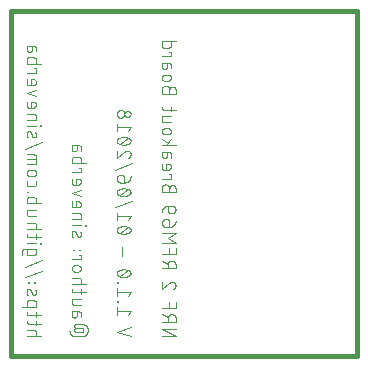
<source format=gbo>
G04 EAGLE Gerber X2 export*
G75*
%MOMM*%
%FSLAX34Y34*%
%LPD*%
%AMOC8*
5,1,8,0,0,1.08239X$1,22.5*%
G01*
%ADD10C,0.406400*%
%ADD11C,0.101600*%


D10*
X0Y0D02*
X292610Y0D01*
X292610Y292000D01*
X0Y292000D01*
X0Y0D01*
D11*
X127508Y16569D02*
X139192Y16569D01*
X127508Y23060D01*
X139192Y23060D01*
X139192Y28835D02*
X127508Y28835D01*
X139192Y28835D02*
X139192Y32080D01*
X139190Y32193D01*
X139184Y32306D01*
X139174Y32419D01*
X139160Y32532D01*
X139143Y32644D01*
X139121Y32755D01*
X139096Y32865D01*
X139066Y32975D01*
X139033Y33083D01*
X138996Y33190D01*
X138956Y33296D01*
X138911Y33400D01*
X138863Y33503D01*
X138812Y33604D01*
X138757Y33703D01*
X138699Y33800D01*
X138637Y33895D01*
X138572Y33988D01*
X138504Y34078D01*
X138433Y34166D01*
X138358Y34252D01*
X138281Y34335D01*
X138201Y34415D01*
X138118Y34492D01*
X138032Y34567D01*
X137944Y34638D01*
X137854Y34706D01*
X137761Y34771D01*
X137666Y34833D01*
X137569Y34891D01*
X137470Y34946D01*
X137369Y34997D01*
X137266Y35045D01*
X137162Y35090D01*
X137056Y35130D01*
X136949Y35167D01*
X136841Y35200D01*
X136731Y35230D01*
X136621Y35255D01*
X136510Y35277D01*
X136398Y35294D01*
X136285Y35308D01*
X136172Y35318D01*
X136059Y35324D01*
X135946Y35326D01*
X135833Y35324D01*
X135720Y35318D01*
X135607Y35308D01*
X135494Y35294D01*
X135382Y35277D01*
X135271Y35255D01*
X135161Y35230D01*
X135051Y35200D01*
X134943Y35167D01*
X134836Y35130D01*
X134730Y35090D01*
X134626Y35045D01*
X134523Y34997D01*
X134422Y34946D01*
X134323Y34891D01*
X134226Y34833D01*
X134131Y34771D01*
X134038Y34706D01*
X133948Y34638D01*
X133860Y34567D01*
X133774Y34492D01*
X133691Y34415D01*
X133611Y34335D01*
X133534Y34252D01*
X133459Y34166D01*
X133388Y34078D01*
X133320Y33988D01*
X133255Y33895D01*
X133193Y33800D01*
X133135Y33703D01*
X133080Y33604D01*
X133029Y33503D01*
X132981Y33400D01*
X132936Y33296D01*
X132896Y33190D01*
X132859Y33083D01*
X132826Y32975D01*
X132796Y32865D01*
X132771Y32755D01*
X132749Y32644D01*
X132732Y32532D01*
X132718Y32419D01*
X132708Y32306D01*
X132702Y32193D01*
X132700Y32080D01*
X132701Y32080D02*
X132701Y28835D01*
X132701Y32730D02*
X127508Y35326D01*
X127508Y40595D02*
X139192Y40595D01*
X139192Y45788D01*
X133999Y45788D02*
X133999Y40595D01*
X139192Y59763D02*
X139190Y59870D01*
X139184Y59976D01*
X139174Y60082D01*
X139161Y60188D01*
X139143Y60294D01*
X139122Y60398D01*
X139097Y60502D01*
X139068Y60605D01*
X139036Y60706D01*
X138999Y60806D01*
X138959Y60905D01*
X138916Y61003D01*
X138869Y61099D01*
X138818Y61193D01*
X138764Y61285D01*
X138707Y61375D01*
X138647Y61463D01*
X138583Y61548D01*
X138516Y61631D01*
X138446Y61712D01*
X138374Y61790D01*
X138298Y61866D01*
X138220Y61938D01*
X138139Y62008D01*
X138056Y62075D01*
X137971Y62139D01*
X137883Y62199D01*
X137793Y62256D01*
X137701Y62310D01*
X137607Y62361D01*
X137511Y62408D01*
X137413Y62451D01*
X137314Y62491D01*
X137214Y62528D01*
X137113Y62560D01*
X137010Y62589D01*
X136906Y62614D01*
X136802Y62635D01*
X136696Y62653D01*
X136590Y62666D01*
X136484Y62676D01*
X136378Y62682D01*
X136271Y62684D01*
X139192Y59763D02*
X139190Y59642D01*
X139184Y59521D01*
X139174Y59401D01*
X139161Y59280D01*
X139143Y59161D01*
X139122Y59041D01*
X139097Y58923D01*
X139068Y58806D01*
X139035Y58689D01*
X138999Y58574D01*
X138958Y58460D01*
X138915Y58347D01*
X138867Y58235D01*
X138816Y58126D01*
X138761Y58018D01*
X138703Y57911D01*
X138642Y57807D01*
X138577Y57705D01*
X138509Y57605D01*
X138438Y57507D01*
X138364Y57411D01*
X138287Y57318D01*
X138206Y57228D01*
X138123Y57140D01*
X138037Y57055D01*
X137948Y56972D01*
X137857Y56893D01*
X137763Y56816D01*
X137667Y56743D01*
X137569Y56673D01*
X137468Y56606D01*
X137365Y56542D01*
X137260Y56482D01*
X137153Y56425D01*
X137045Y56371D01*
X136935Y56321D01*
X136823Y56275D01*
X136710Y56232D01*
X136595Y56193D01*
X133999Y61711D02*
X134076Y61790D01*
X134157Y61866D01*
X134240Y61939D01*
X134325Y62009D01*
X134413Y62076D01*
X134503Y62140D01*
X134595Y62200D01*
X134690Y62257D01*
X134786Y62311D01*
X134884Y62362D01*
X134984Y62409D01*
X135086Y62453D01*
X135189Y62493D01*
X135293Y62529D01*
X135399Y62561D01*
X135505Y62590D01*
X135613Y62615D01*
X135721Y62637D01*
X135831Y62654D01*
X135940Y62668D01*
X136050Y62677D01*
X136161Y62683D01*
X136271Y62685D01*
X133999Y61711D02*
X127508Y56193D01*
X127508Y62684D01*
X127508Y74174D02*
X139192Y74174D01*
X139192Y77419D01*
X139190Y77532D01*
X139184Y77645D01*
X139174Y77758D01*
X139160Y77871D01*
X139143Y77983D01*
X139121Y78094D01*
X139096Y78204D01*
X139066Y78314D01*
X139033Y78422D01*
X138996Y78529D01*
X138956Y78635D01*
X138911Y78739D01*
X138863Y78842D01*
X138812Y78943D01*
X138757Y79042D01*
X138699Y79139D01*
X138637Y79234D01*
X138572Y79327D01*
X138504Y79417D01*
X138433Y79505D01*
X138358Y79591D01*
X138281Y79674D01*
X138201Y79754D01*
X138118Y79831D01*
X138032Y79906D01*
X137944Y79977D01*
X137854Y80045D01*
X137761Y80110D01*
X137666Y80172D01*
X137569Y80230D01*
X137470Y80285D01*
X137369Y80336D01*
X137266Y80384D01*
X137162Y80429D01*
X137056Y80469D01*
X136949Y80506D01*
X136841Y80539D01*
X136731Y80569D01*
X136621Y80594D01*
X136510Y80616D01*
X136398Y80633D01*
X136285Y80647D01*
X136172Y80657D01*
X136059Y80663D01*
X135946Y80665D01*
X135833Y80663D01*
X135720Y80657D01*
X135607Y80647D01*
X135494Y80633D01*
X135382Y80616D01*
X135271Y80594D01*
X135161Y80569D01*
X135051Y80539D01*
X134943Y80506D01*
X134836Y80469D01*
X134730Y80429D01*
X134626Y80384D01*
X134523Y80336D01*
X134422Y80285D01*
X134323Y80230D01*
X134226Y80172D01*
X134131Y80110D01*
X134038Y80045D01*
X133948Y79977D01*
X133860Y79906D01*
X133774Y79831D01*
X133691Y79754D01*
X133611Y79674D01*
X133534Y79591D01*
X133459Y79505D01*
X133388Y79417D01*
X133320Y79327D01*
X133255Y79234D01*
X133193Y79139D01*
X133135Y79042D01*
X133080Y78943D01*
X133029Y78842D01*
X132981Y78739D01*
X132936Y78635D01*
X132896Y78529D01*
X132859Y78422D01*
X132826Y78314D01*
X132796Y78204D01*
X132771Y78094D01*
X132749Y77983D01*
X132732Y77871D01*
X132718Y77758D01*
X132708Y77645D01*
X132702Y77532D01*
X132700Y77419D01*
X132701Y77419D02*
X132701Y74174D01*
X132701Y78068D02*
X127508Y80665D01*
X127508Y85934D02*
X139192Y85934D01*
X139192Y91127D01*
X133999Y91127D02*
X133999Y85934D01*
X139192Y95930D02*
X127508Y95930D01*
X132701Y99825D02*
X139192Y95930D01*
X132701Y99825D02*
X139192Y103719D01*
X127508Y103719D01*
X133999Y109152D02*
X133999Y113047D01*
X133997Y113146D01*
X133991Y113246D01*
X133982Y113345D01*
X133969Y113443D01*
X133952Y113541D01*
X133931Y113639D01*
X133906Y113735D01*
X133878Y113830D01*
X133846Y113924D01*
X133811Y114017D01*
X133772Y114109D01*
X133729Y114199D01*
X133684Y114287D01*
X133634Y114374D01*
X133582Y114458D01*
X133526Y114541D01*
X133468Y114621D01*
X133406Y114699D01*
X133341Y114774D01*
X133273Y114847D01*
X133203Y114917D01*
X133130Y114985D01*
X133055Y115050D01*
X132977Y115112D01*
X132897Y115170D01*
X132814Y115226D01*
X132730Y115278D01*
X132643Y115328D01*
X132555Y115373D01*
X132465Y115416D01*
X132373Y115455D01*
X132280Y115490D01*
X132186Y115522D01*
X132091Y115550D01*
X131995Y115575D01*
X131897Y115596D01*
X131799Y115613D01*
X131701Y115626D01*
X131602Y115635D01*
X131502Y115641D01*
X131403Y115643D01*
X130754Y115643D01*
X130754Y115644D02*
X130641Y115642D01*
X130528Y115636D01*
X130415Y115626D01*
X130302Y115612D01*
X130190Y115595D01*
X130079Y115573D01*
X129969Y115548D01*
X129859Y115518D01*
X129751Y115485D01*
X129644Y115448D01*
X129538Y115408D01*
X129434Y115363D01*
X129331Y115315D01*
X129230Y115264D01*
X129131Y115209D01*
X129034Y115151D01*
X128939Y115089D01*
X128846Y115024D01*
X128756Y114956D01*
X128668Y114885D01*
X128582Y114810D01*
X128499Y114733D01*
X128419Y114653D01*
X128342Y114570D01*
X128267Y114484D01*
X128196Y114396D01*
X128128Y114306D01*
X128063Y114213D01*
X128001Y114118D01*
X127943Y114021D01*
X127888Y113922D01*
X127837Y113821D01*
X127789Y113718D01*
X127744Y113614D01*
X127704Y113508D01*
X127667Y113401D01*
X127634Y113293D01*
X127604Y113183D01*
X127579Y113073D01*
X127557Y112962D01*
X127540Y112850D01*
X127526Y112737D01*
X127516Y112624D01*
X127510Y112511D01*
X127508Y112398D01*
X127510Y112285D01*
X127516Y112172D01*
X127526Y112059D01*
X127540Y111946D01*
X127557Y111834D01*
X127579Y111723D01*
X127604Y111613D01*
X127634Y111503D01*
X127667Y111395D01*
X127704Y111288D01*
X127744Y111182D01*
X127789Y111078D01*
X127837Y110975D01*
X127888Y110874D01*
X127943Y110775D01*
X128001Y110678D01*
X128063Y110583D01*
X128128Y110490D01*
X128196Y110400D01*
X128267Y110312D01*
X128342Y110226D01*
X128419Y110143D01*
X128499Y110063D01*
X128582Y109986D01*
X128668Y109911D01*
X128756Y109840D01*
X128846Y109772D01*
X128939Y109707D01*
X129034Y109645D01*
X129131Y109587D01*
X129230Y109532D01*
X129331Y109481D01*
X129434Y109433D01*
X129538Y109388D01*
X129644Y109348D01*
X129751Y109311D01*
X129859Y109278D01*
X129969Y109248D01*
X130079Y109223D01*
X130190Y109201D01*
X130302Y109184D01*
X130415Y109170D01*
X130528Y109160D01*
X130641Y109154D01*
X130754Y109152D01*
X133999Y109152D01*
X134142Y109154D01*
X134285Y109160D01*
X134428Y109170D01*
X134570Y109184D01*
X134712Y109201D01*
X134854Y109223D01*
X134995Y109248D01*
X135135Y109278D01*
X135274Y109311D01*
X135412Y109348D01*
X135549Y109389D01*
X135685Y109433D01*
X135820Y109482D01*
X135953Y109534D01*
X136085Y109589D01*
X136215Y109649D01*
X136344Y109712D01*
X136471Y109778D01*
X136595Y109848D01*
X136718Y109921D01*
X136839Y109998D01*
X136958Y110078D01*
X137074Y110161D01*
X137189Y110247D01*
X137300Y110336D01*
X137410Y110429D01*
X137516Y110524D01*
X137620Y110623D01*
X137721Y110724D01*
X137820Y110828D01*
X137915Y110934D01*
X138008Y111044D01*
X138097Y111155D01*
X138183Y111270D01*
X138266Y111386D01*
X138346Y111505D01*
X138423Y111626D01*
X138496Y111748D01*
X138566Y111873D01*
X138632Y112000D01*
X138695Y112129D01*
X138755Y112259D01*
X138810Y112391D01*
X138862Y112524D01*
X138911Y112659D01*
X138955Y112795D01*
X138996Y112932D01*
X139033Y113070D01*
X139066Y113209D01*
X139096Y113349D01*
X139121Y113490D01*
X139143Y113632D01*
X139160Y113774D01*
X139174Y113916D01*
X139184Y114059D01*
X139190Y114202D01*
X139192Y114345D01*
X132701Y123179D02*
X132701Y127073D01*
X132701Y123179D02*
X132703Y123080D01*
X132709Y122980D01*
X132718Y122881D01*
X132731Y122783D01*
X132748Y122685D01*
X132769Y122587D01*
X132794Y122491D01*
X132822Y122396D01*
X132854Y122302D01*
X132889Y122209D01*
X132928Y122117D01*
X132971Y122027D01*
X133016Y121939D01*
X133066Y121852D01*
X133118Y121768D01*
X133174Y121685D01*
X133232Y121605D01*
X133294Y121527D01*
X133359Y121452D01*
X133427Y121379D01*
X133497Y121309D01*
X133570Y121241D01*
X133645Y121176D01*
X133723Y121114D01*
X133803Y121056D01*
X133886Y121000D01*
X133970Y120948D01*
X134057Y120898D01*
X134145Y120853D01*
X134235Y120810D01*
X134327Y120771D01*
X134420Y120736D01*
X134514Y120704D01*
X134609Y120676D01*
X134705Y120651D01*
X134803Y120630D01*
X134901Y120613D01*
X134999Y120600D01*
X135098Y120591D01*
X135198Y120585D01*
X135297Y120583D01*
X135297Y120582D02*
X135946Y120582D01*
X136059Y120584D01*
X136172Y120590D01*
X136285Y120600D01*
X136398Y120614D01*
X136510Y120631D01*
X136621Y120653D01*
X136731Y120678D01*
X136841Y120708D01*
X136949Y120741D01*
X137056Y120778D01*
X137162Y120818D01*
X137266Y120863D01*
X137369Y120911D01*
X137470Y120962D01*
X137569Y121017D01*
X137666Y121075D01*
X137761Y121137D01*
X137854Y121202D01*
X137944Y121270D01*
X138032Y121341D01*
X138118Y121416D01*
X138201Y121493D01*
X138281Y121573D01*
X138358Y121656D01*
X138433Y121742D01*
X138504Y121830D01*
X138572Y121920D01*
X138637Y122013D01*
X138699Y122108D01*
X138757Y122205D01*
X138812Y122304D01*
X138863Y122405D01*
X138911Y122508D01*
X138956Y122612D01*
X138996Y122718D01*
X139033Y122825D01*
X139066Y122933D01*
X139096Y123043D01*
X139121Y123153D01*
X139143Y123264D01*
X139160Y123376D01*
X139174Y123489D01*
X139184Y123602D01*
X139190Y123715D01*
X139192Y123828D01*
X139190Y123941D01*
X139184Y124054D01*
X139174Y124167D01*
X139160Y124280D01*
X139143Y124392D01*
X139121Y124503D01*
X139096Y124613D01*
X139066Y124723D01*
X139033Y124831D01*
X138996Y124938D01*
X138956Y125044D01*
X138911Y125148D01*
X138863Y125251D01*
X138812Y125352D01*
X138757Y125451D01*
X138699Y125548D01*
X138637Y125643D01*
X138572Y125736D01*
X138504Y125826D01*
X138433Y125914D01*
X138358Y126000D01*
X138281Y126083D01*
X138201Y126163D01*
X138118Y126240D01*
X138032Y126315D01*
X137944Y126386D01*
X137854Y126454D01*
X137761Y126519D01*
X137666Y126581D01*
X137569Y126639D01*
X137470Y126694D01*
X137369Y126745D01*
X137266Y126793D01*
X137162Y126838D01*
X137056Y126878D01*
X136949Y126915D01*
X136841Y126948D01*
X136731Y126978D01*
X136621Y127003D01*
X136510Y127025D01*
X136398Y127042D01*
X136285Y127056D01*
X136172Y127066D01*
X136059Y127072D01*
X135946Y127074D01*
X135946Y127073D02*
X132701Y127073D01*
X132558Y127071D01*
X132415Y127065D01*
X132272Y127055D01*
X132130Y127041D01*
X131988Y127024D01*
X131846Y127002D01*
X131705Y126977D01*
X131565Y126947D01*
X131426Y126914D01*
X131288Y126877D01*
X131151Y126836D01*
X131015Y126792D01*
X130880Y126743D01*
X130747Y126691D01*
X130615Y126636D01*
X130485Y126576D01*
X130356Y126513D01*
X130229Y126447D01*
X130105Y126377D01*
X129982Y126304D01*
X129861Y126227D01*
X129742Y126147D01*
X129626Y126064D01*
X129511Y125978D01*
X129400Y125889D01*
X129290Y125796D01*
X129184Y125701D01*
X129080Y125602D01*
X128979Y125501D01*
X128880Y125397D01*
X128785Y125291D01*
X128692Y125181D01*
X128603Y125070D01*
X128517Y124955D01*
X128434Y124839D01*
X128354Y124720D01*
X128277Y124599D01*
X128204Y124477D01*
X128134Y124352D01*
X128068Y124225D01*
X128005Y124096D01*
X127945Y123966D01*
X127890Y123834D01*
X127838Y123701D01*
X127789Y123566D01*
X127745Y123430D01*
X127704Y123293D01*
X127667Y123155D01*
X127634Y123016D01*
X127604Y122876D01*
X127579Y122735D01*
X127557Y122593D01*
X127540Y122451D01*
X127526Y122309D01*
X127516Y122166D01*
X127510Y122023D01*
X127508Y121880D01*
X133999Y138658D02*
X133999Y141904D01*
X134000Y141904D02*
X133998Y142017D01*
X133992Y142130D01*
X133982Y142243D01*
X133968Y142356D01*
X133951Y142468D01*
X133929Y142579D01*
X133904Y142689D01*
X133874Y142799D01*
X133841Y142907D01*
X133804Y143014D01*
X133764Y143120D01*
X133719Y143224D01*
X133671Y143327D01*
X133620Y143428D01*
X133565Y143527D01*
X133507Y143624D01*
X133445Y143719D01*
X133380Y143812D01*
X133312Y143902D01*
X133241Y143990D01*
X133166Y144076D01*
X133089Y144159D01*
X133009Y144239D01*
X132926Y144316D01*
X132840Y144391D01*
X132752Y144462D01*
X132662Y144530D01*
X132569Y144595D01*
X132474Y144657D01*
X132377Y144715D01*
X132278Y144770D01*
X132177Y144821D01*
X132074Y144869D01*
X131970Y144914D01*
X131864Y144954D01*
X131757Y144991D01*
X131649Y145024D01*
X131539Y145054D01*
X131429Y145079D01*
X131318Y145101D01*
X131206Y145118D01*
X131093Y145132D01*
X130980Y145142D01*
X130867Y145148D01*
X130754Y145150D01*
X130641Y145148D01*
X130528Y145142D01*
X130415Y145132D01*
X130302Y145118D01*
X130190Y145101D01*
X130079Y145079D01*
X129969Y145054D01*
X129859Y145024D01*
X129751Y144991D01*
X129644Y144954D01*
X129538Y144914D01*
X129434Y144869D01*
X129331Y144821D01*
X129230Y144770D01*
X129131Y144715D01*
X129034Y144657D01*
X128939Y144595D01*
X128846Y144530D01*
X128756Y144462D01*
X128668Y144391D01*
X128582Y144316D01*
X128499Y144239D01*
X128419Y144159D01*
X128342Y144076D01*
X128267Y143990D01*
X128196Y143902D01*
X128128Y143812D01*
X128063Y143719D01*
X128001Y143624D01*
X127943Y143527D01*
X127888Y143428D01*
X127837Y143327D01*
X127789Y143224D01*
X127744Y143120D01*
X127704Y143014D01*
X127667Y142907D01*
X127634Y142799D01*
X127604Y142689D01*
X127579Y142579D01*
X127557Y142468D01*
X127540Y142356D01*
X127526Y142243D01*
X127516Y142130D01*
X127510Y142017D01*
X127508Y141904D01*
X127508Y138658D01*
X139192Y138658D01*
X139192Y141904D01*
X139190Y142005D01*
X139184Y142105D01*
X139174Y142205D01*
X139161Y142305D01*
X139143Y142404D01*
X139122Y142503D01*
X139097Y142600D01*
X139068Y142697D01*
X139035Y142792D01*
X138999Y142886D01*
X138959Y142978D01*
X138916Y143069D01*
X138869Y143158D01*
X138819Y143245D01*
X138765Y143331D01*
X138708Y143414D01*
X138648Y143494D01*
X138585Y143573D01*
X138518Y143649D01*
X138449Y143722D01*
X138377Y143792D01*
X138303Y143860D01*
X138226Y143925D01*
X138146Y143986D01*
X138064Y144045D01*
X137980Y144100D01*
X137894Y144152D01*
X137806Y144201D01*
X137716Y144246D01*
X137624Y144288D01*
X137531Y144326D01*
X137436Y144360D01*
X137341Y144391D01*
X137244Y144418D01*
X137146Y144441D01*
X137047Y144461D01*
X136947Y144476D01*
X136847Y144488D01*
X136747Y144496D01*
X136646Y144500D01*
X136546Y144500D01*
X136445Y144496D01*
X136345Y144488D01*
X136245Y144476D01*
X136145Y144461D01*
X136046Y144441D01*
X135948Y144418D01*
X135851Y144391D01*
X135756Y144360D01*
X135661Y144326D01*
X135568Y144288D01*
X135476Y144246D01*
X135386Y144201D01*
X135298Y144152D01*
X135212Y144100D01*
X135128Y144045D01*
X135046Y143986D01*
X134966Y143925D01*
X134889Y143860D01*
X134815Y143792D01*
X134743Y143722D01*
X134674Y143649D01*
X134607Y143573D01*
X134544Y143494D01*
X134484Y143414D01*
X134427Y143331D01*
X134373Y143245D01*
X134323Y143158D01*
X134276Y143069D01*
X134233Y142978D01*
X134193Y142886D01*
X134157Y142792D01*
X134124Y142697D01*
X134095Y142600D01*
X134070Y142503D01*
X134049Y142404D01*
X134031Y142305D01*
X134018Y142205D01*
X134008Y142105D01*
X134002Y142005D01*
X134000Y141904D01*
X135297Y149873D02*
X127508Y149873D01*
X135297Y149873D02*
X135297Y153767D01*
X133999Y153767D01*
X127508Y159373D02*
X127508Y162619D01*
X127508Y159373D02*
X127510Y159286D01*
X127516Y159198D01*
X127526Y159112D01*
X127539Y159025D01*
X127557Y158940D01*
X127578Y158855D01*
X127603Y158771D01*
X127632Y158689D01*
X127665Y158608D01*
X127701Y158528D01*
X127740Y158450D01*
X127784Y158374D01*
X127830Y158300D01*
X127880Y158229D01*
X127933Y158159D01*
X127989Y158092D01*
X128048Y158028D01*
X128110Y157966D01*
X128174Y157907D01*
X128241Y157851D01*
X128311Y157798D01*
X128382Y157748D01*
X128456Y157702D01*
X128532Y157658D01*
X128610Y157619D01*
X128690Y157583D01*
X128771Y157550D01*
X128853Y157521D01*
X128937Y157496D01*
X129022Y157475D01*
X129107Y157457D01*
X129194Y157444D01*
X129280Y157434D01*
X129368Y157428D01*
X129455Y157426D01*
X132701Y157426D01*
X132701Y157427D02*
X132802Y157429D01*
X132902Y157435D01*
X133002Y157445D01*
X133102Y157458D01*
X133201Y157476D01*
X133300Y157497D01*
X133397Y157522D01*
X133494Y157551D01*
X133589Y157584D01*
X133683Y157620D01*
X133775Y157660D01*
X133866Y157703D01*
X133955Y157750D01*
X134042Y157800D01*
X134128Y157854D01*
X134211Y157911D01*
X134291Y157971D01*
X134370Y158034D01*
X134446Y158101D01*
X134519Y158170D01*
X134589Y158242D01*
X134657Y158316D01*
X134722Y158393D01*
X134783Y158473D01*
X134842Y158555D01*
X134897Y158639D01*
X134949Y158725D01*
X134998Y158813D01*
X135043Y158903D01*
X135085Y158995D01*
X135123Y159088D01*
X135157Y159183D01*
X135188Y159278D01*
X135215Y159375D01*
X135238Y159473D01*
X135258Y159572D01*
X135273Y159672D01*
X135285Y159772D01*
X135293Y159872D01*
X135297Y159973D01*
X135297Y160073D01*
X135293Y160174D01*
X135285Y160274D01*
X135273Y160374D01*
X135258Y160474D01*
X135238Y160573D01*
X135215Y160671D01*
X135188Y160768D01*
X135157Y160863D01*
X135123Y160958D01*
X135085Y161051D01*
X135043Y161143D01*
X134998Y161233D01*
X134949Y161321D01*
X134897Y161407D01*
X134842Y161491D01*
X134783Y161573D01*
X134722Y161653D01*
X134657Y161730D01*
X134589Y161804D01*
X134519Y161876D01*
X134446Y161945D01*
X134370Y162012D01*
X134291Y162075D01*
X134211Y162135D01*
X134128Y162192D01*
X134042Y162246D01*
X133955Y162296D01*
X133866Y162343D01*
X133775Y162386D01*
X133683Y162426D01*
X133589Y162462D01*
X133494Y162495D01*
X133397Y162524D01*
X133300Y162549D01*
X133201Y162570D01*
X133102Y162588D01*
X133002Y162601D01*
X132902Y162611D01*
X132802Y162617D01*
X132701Y162619D01*
X131403Y162619D01*
X131403Y157426D01*
X132052Y169545D02*
X132052Y172466D01*
X132052Y169545D02*
X132050Y169451D01*
X132044Y169357D01*
X132035Y169264D01*
X132021Y169171D01*
X132004Y169079D01*
X131982Y168987D01*
X131958Y168897D01*
X131929Y168807D01*
X131897Y168719D01*
X131861Y168632D01*
X131821Y168547D01*
X131778Y168464D01*
X131732Y168382D01*
X131682Y168302D01*
X131629Y168225D01*
X131573Y168150D01*
X131514Y168077D01*
X131452Y168006D01*
X131387Y167938D01*
X131319Y167873D01*
X131248Y167811D01*
X131175Y167752D01*
X131100Y167696D01*
X131023Y167643D01*
X130943Y167593D01*
X130861Y167547D01*
X130778Y167504D01*
X130693Y167464D01*
X130606Y167428D01*
X130518Y167396D01*
X130428Y167367D01*
X130338Y167343D01*
X130246Y167321D01*
X130154Y167304D01*
X130061Y167290D01*
X129968Y167281D01*
X129874Y167275D01*
X129780Y167273D01*
X129686Y167275D01*
X129592Y167281D01*
X129499Y167290D01*
X129406Y167304D01*
X129314Y167321D01*
X129222Y167343D01*
X129132Y167367D01*
X129042Y167396D01*
X128954Y167428D01*
X128867Y167464D01*
X128782Y167504D01*
X128699Y167547D01*
X128617Y167593D01*
X128537Y167643D01*
X128460Y167696D01*
X128385Y167752D01*
X128312Y167811D01*
X128241Y167873D01*
X128173Y167938D01*
X128108Y168006D01*
X128046Y168077D01*
X127987Y168150D01*
X127931Y168225D01*
X127878Y168302D01*
X127828Y168382D01*
X127782Y168464D01*
X127739Y168547D01*
X127699Y168632D01*
X127663Y168719D01*
X127631Y168807D01*
X127602Y168897D01*
X127578Y168987D01*
X127556Y169079D01*
X127539Y169171D01*
X127525Y169264D01*
X127516Y169357D01*
X127510Y169451D01*
X127508Y169545D01*
X127508Y172466D01*
X133350Y172466D01*
X133437Y172464D01*
X133525Y172458D01*
X133611Y172448D01*
X133698Y172435D01*
X133783Y172417D01*
X133868Y172396D01*
X133952Y172371D01*
X134034Y172342D01*
X134115Y172309D01*
X134195Y172273D01*
X134273Y172234D01*
X134349Y172190D01*
X134423Y172144D01*
X134494Y172094D01*
X134564Y172041D01*
X134631Y171985D01*
X134695Y171926D01*
X134757Y171864D01*
X134816Y171800D01*
X134872Y171733D01*
X134925Y171663D01*
X134975Y171592D01*
X135021Y171518D01*
X135065Y171442D01*
X135104Y171364D01*
X135140Y171284D01*
X135173Y171203D01*
X135202Y171121D01*
X135227Y171037D01*
X135248Y170952D01*
X135266Y170867D01*
X135279Y170780D01*
X135289Y170694D01*
X135295Y170606D01*
X135297Y170519D01*
X135297Y167922D01*
X139192Y178136D02*
X127508Y178136D01*
X131403Y178136D02*
X135297Y183328D01*
X133025Y180407D02*
X127508Y183328D01*
X130104Y187525D02*
X132701Y187525D01*
X132701Y187526D02*
X132802Y187528D01*
X132902Y187534D01*
X133002Y187544D01*
X133102Y187557D01*
X133201Y187575D01*
X133300Y187596D01*
X133397Y187621D01*
X133494Y187650D01*
X133589Y187683D01*
X133683Y187719D01*
X133775Y187759D01*
X133866Y187802D01*
X133955Y187849D01*
X134042Y187899D01*
X134128Y187953D01*
X134211Y188010D01*
X134291Y188070D01*
X134370Y188133D01*
X134446Y188200D01*
X134519Y188269D01*
X134589Y188341D01*
X134657Y188415D01*
X134722Y188492D01*
X134783Y188572D01*
X134842Y188654D01*
X134897Y188738D01*
X134949Y188824D01*
X134998Y188912D01*
X135043Y189002D01*
X135085Y189094D01*
X135123Y189187D01*
X135157Y189282D01*
X135188Y189377D01*
X135215Y189474D01*
X135238Y189572D01*
X135258Y189671D01*
X135273Y189771D01*
X135285Y189871D01*
X135293Y189971D01*
X135297Y190072D01*
X135297Y190172D01*
X135293Y190273D01*
X135285Y190373D01*
X135273Y190473D01*
X135258Y190573D01*
X135238Y190672D01*
X135215Y190770D01*
X135188Y190867D01*
X135157Y190962D01*
X135123Y191057D01*
X135085Y191150D01*
X135043Y191242D01*
X134998Y191332D01*
X134949Y191420D01*
X134897Y191506D01*
X134842Y191590D01*
X134783Y191672D01*
X134722Y191752D01*
X134657Y191829D01*
X134589Y191903D01*
X134519Y191975D01*
X134446Y192044D01*
X134370Y192111D01*
X134291Y192174D01*
X134211Y192234D01*
X134128Y192291D01*
X134042Y192345D01*
X133955Y192395D01*
X133866Y192442D01*
X133775Y192485D01*
X133683Y192525D01*
X133589Y192561D01*
X133494Y192594D01*
X133397Y192623D01*
X133300Y192648D01*
X133201Y192669D01*
X133102Y192687D01*
X133002Y192700D01*
X132902Y192710D01*
X132802Y192716D01*
X132701Y192718D01*
X130104Y192718D01*
X130003Y192716D01*
X129903Y192710D01*
X129803Y192700D01*
X129703Y192687D01*
X129604Y192669D01*
X129505Y192648D01*
X129408Y192623D01*
X129311Y192594D01*
X129216Y192561D01*
X129122Y192525D01*
X129030Y192485D01*
X128939Y192442D01*
X128850Y192395D01*
X128763Y192345D01*
X128677Y192291D01*
X128594Y192234D01*
X128514Y192174D01*
X128435Y192111D01*
X128359Y192044D01*
X128286Y191975D01*
X128216Y191903D01*
X128148Y191829D01*
X128083Y191752D01*
X128022Y191672D01*
X127963Y191590D01*
X127908Y191506D01*
X127856Y191420D01*
X127807Y191332D01*
X127762Y191242D01*
X127720Y191150D01*
X127682Y191057D01*
X127648Y190962D01*
X127617Y190867D01*
X127590Y190770D01*
X127567Y190672D01*
X127547Y190573D01*
X127532Y190473D01*
X127520Y190373D01*
X127512Y190273D01*
X127508Y190172D01*
X127508Y190072D01*
X127512Y189971D01*
X127520Y189871D01*
X127532Y189771D01*
X127547Y189671D01*
X127567Y189572D01*
X127590Y189474D01*
X127617Y189377D01*
X127648Y189282D01*
X127682Y189187D01*
X127720Y189094D01*
X127762Y189002D01*
X127807Y188912D01*
X127856Y188824D01*
X127908Y188738D01*
X127963Y188654D01*
X128022Y188572D01*
X128083Y188492D01*
X128148Y188415D01*
X128216Y188341D01*
X128286Y188269D01*
X128359Y188200D01*
X128435Y188133D01*
X128514Y188070D01*
X128594Y188010D01*
X128677Y187953D01*
X128763Y187899D01*
X128850Y187849D01*
X128939Y187802D01*
X129030Y187759D01*
X129122Y187719D01*
X129216Y187683D01*
X129311Y187650D01*
X129408Y187621D01*
X129505Y187596D01*
X129604Y187575D01*
X129703Y187557D01*
X129803Y187544D01*
X129903Y187534D01*
X130003Y187528D01*
X130104Y187526D01*
X129455Y197812D02*
X135297Y197812D01*
X129455Y197812D02*
X129368Y197814D01*
X129280Y197820D01*
X129194Y197830D01*
X129107Y197843D01*
X129022Y197861D01*
X128937Y197882D01*
X128853Y197907D01*
X128771Y197936D01*
X128690Y197969D01*
X128610Y198005D01*
X128532Y198044D01*
X128456Y198088D01*
X128382Y198134D01*
X128311Y198184D01*
X128241Y198237D01*
X128174Y198293D01*
X128110Y198352D01*
X128048Y198414D01*
X127989Y198478D01*
X127933Y198545D01*
X127880Y198615D01*
X127830Y198686D01*
X127784Y198760D01*
X127740Y198836D01*
X127701Y198914D01*
X127665Y198994D01*
X127632Y199075D01*
X127603Y199157D01*
X127578Y199241D01*
X127557Y199326D01*
X127539Y199411D01*
X127526Y199498D01*
X127516Y199584D01*
X127510Y199672D01*
X127508Y199759D01*
X127508Y203005D01*
X135297Y203005D01*
X135297Y207132D02*
X135297Y211027D01*
X139192Y208430D02*
X129455Y208430D01*
X129368Y208432D01*
X129280Y208438D01*
X129194Y208448D01*
X129107Y208461D01*
X129022Y208479D01*
X128937Y208500D01*
X128853Y208525D01*
X128771Y208554D01*
X128690Y208587D01*
X128610Y208623D01*
X128532Y208662D01*
X128456Y208706D01*
X128382Y208752D01*
X128311Y208802D01*
X128241Y208855D01*
X128174Y208911D01*
X128110Y208970D01*
X128048Y209032D01*
X127989Y209096D01*
X127933Y209163D01*
X127880Y209233D01*
X127830Y209304D01*
X127784Y209378D01*
X127740Y209454D01*
X127701Y209532D01*
X127665Y209612D01*
X127632Y209693D01*
X127603Y209775D01*
X127578Y209859D01*
X127557Y209944D01*
X127539Y210029D01*
X127526Y210116D01*
X127516Y210202D01*
X127510Y210290D01*
X127508Y210377D01*
X127508Y211027D01*
X133999Y222097D02*
X133999Y225343D01*
X134000Y225343D02*
X133998Y225456D01*
X133992Y225569D01*
X133982Y225682D01*
X133968Y225795D01*
X133951Y225907D01*
X133929Y226018D01*
X133904Y226128D01*
X133874Y226238D01*
X133841Y226346D01*
X133804Y226453D01*
X133764Y226559D01*
X133719Y226663D01*
X133671Y226766D01*
X133620Y226867D01*
X133565Y226966D01*
X133507Y227063D01*
X133445Y227158D01*
X133380Y227251D01*
X133312Y227341D01*
X133241Y227429D01*
X133166Y227515D01*
X133089Y227598D01*
X133009Y227678D01*
X132926Y227755D01*
X132840Y227830D01*
X132752Y227901D01*
X132662Y227969D01*
X132569Y228034D01*
X132474Y228096D01*
X132377Y228154D01*
X132278Y228209D01*
X132177Y228260D01*
X132074Y228308D01*
X131970Y228353D01*
X131864Y228393D01*
X131757Y228430D01*
X131649Y228463D01*
X131539Y228493D01*
X131429Y228518D01*
X131318Y228540D01*
X131206Y228557D01*
X131093Y228571D01*
X130980Y228581D01*
X130867Y228587D01*
X130754Y228589D01*
X130641Y228587D01*
X130528Y228581D01*
X130415Y228571D01*
X130302Y228557D01*
X130190Y228540D01*
X130079Y228518D01*
X129969Y228493D01*
X129859Y228463D01*
X129751Y228430D01*
X129644Y228393D01*
X129538Y228353D01*
X129434Y228308D01*
X129331Y228260D01*
X129230Y228209D01*
X129131Y228154D01*
X129034Y228096D01*
X128939Y228034D01*
X128846Y227969D01*
X128756Y227901D01*
X128668Y227830D01*
X128582Y227755D01*
X128499Y227678D01*
X128419Y227598D01*
X128342Y227515D01*
X128267Y227429D01*
X128196Y227341D01*
X128128Y227251D01*
X128063Y227158D01*
X128001Y227063D01*
X127943Y226966D01*
X127888Y226867D01*
X127837Y226766D01*
X127789Y226663D01*
X127744Y226559D01*
X127704Y226453D01*
X127667Y226346D01*
X127634Y226238D01*
X127604Y226128D01*
X127579Y226018D01*
X127557Y225907D01*
X127540Y225795D01*
X127526Y225682D01*
X127516Y225569D01*
X127510Y225456D01*
X127508Y225343D01*
X127508Y222097D01*
X139192Y222097D01*
X139192Y225343D01*
X139190Y225444D01*
X139184Y225544D01*
X139174Y225644D01*
X139161Y225744D01*
X139143Y225843D01*
X139122Y225942D01*
X139097Y226039D01*
X139068Y226136D01*
X139035Y226231D01*
X138999Y226325D01*
X138959Y226417D01*
X138916Y226508D01*
X138869Y226597D01*
X138819Y226684D01*
X138765Y226770D01*
X138708Y226853D01*
X138648Y226933D01*
X138585Y227012D01*
X138518Y227088D01*
X138449Y227161D01*
X138377Y227231D01*
X138303Y227299D01*
X138226Y227364D01*
X138146Y227425D01*
X138064Y227484D01*
X137980Y227539D01*
X137894Y227591D01*
X137806Y227640D01*
X137716Y227685D01*
X137624Y227727D01*
X137531Y227765D01*
X137436Y227799D01*
X137341Y227830D01*
X137244Y227857D01*
X137146Y227880D01*
X137047Y227900D01*
X136947Y227915D01*
X136847Y227927D01*
X136747Y227935D01*
X136646Y227939D01*
X136546Y227939D01*
X136445Y227935D01*
X136345Y227927D01*
X136245Y227915D01*
X136145Y227900D01*
X136046Y227880D01*
X135948Y227857D01*
X135851Y227830D01*
X135756Y227799D01*
X135661Y227765D01*
X135568Y227727D01*
X135476Y227685D01*
X135386Y227640D01*
X135298Y227591D01*
X135212Y227539D01*
X135128Y227484D01*
X135046Y227425D01*
X134966Y227364D01*
X134889Y227299D01*
X134815Y227231D01*
X134743Y227161D01*
X134674Y227088D01*
X134607Y227012D01*
X134544Y226933D01*
X134484Y226853D01*
X134427Y226770D01*
X134373Y226684D01*
X134323Y226597D01*
X134276Y226508D01*
X134233Y226417D01*
X134193Y226325D01*
X134157Y226231D01*
X134124Y226136D01*
X134095Y226039D01*
X134070Y225942D01*
X134049Y225843D01*
X134031Y225744D01*
X134018Y225644D01*
X134008Y225544D01*
X134002Y225444D01*
X134000Y225343D01*
X132701Y232864D02*
X130104Y232864D01*
X132701Y232865D02*
X132802Y232867D01*
X132902Y232873D01*
X133002Y232883D01*
X133102Y232896D01*
X133201Y232914D01*
X133300Y232935D01*
X133397Y232960D01*
X133494Y232989D01*
X133589Y233022D01*
X133683Y233058D01*
X133775Y233098D01*
X133866Y233141D01*
X133955Y233188D01*
X134042Y233238D01*
X134128Y233292D01*
X134211Y233349D01*
X134291Y233409D01*
X134370Y233472D01*
X134446Y233539D01*
X134519Y233608D01*
X134589Y233680D01*
X134657Y233754D01*
X134722Y233831D01*
X134783Y233911D01*
X134842Y233993D01*
X134897Y234077D01*
X134949Y234163D01*
X134998Y234251D01*
X135043Y234341D01*
X135085Y234433D01*
X135123Y234526D01*
X135157Y234621D01*
X135188Y234716D01*
X135215Y234813D01*
X135238Y234911D01*
X135258Y235010D01*
X135273Y235110D01*
X135285Y235210D01*
X135293Y235310D01*
X135297Y235411D01*
X135297Y235511D01*
X135293Y235612D01*
X135285Y235712D01*
X135273Y235812D01*
X135258Y235912D01*
X135238Y236011D01*
X135215Y236109D01*
X135188Y236206D01*
X135157Y236301D01*
X135123Y236396D01*
X135085Y236489D01*
X135043Y236581D01*
X134998Y236671D01*
X134949Y236759D01*
X134897Y236845D01*
X134842Y236929D01*
X134783Y237011D01*
X134722Y237091D01*
X134657Y237168D01*
X134589Y237242D01*
X134519Y237314D01*
X134446Y237383D01*
X134370Y237450D01*
X134291Y237513D01*
X134211Y237573D01*
X134128Y237630D01*
X134042Y237684D01*
X133955Y237734D01*
X133866Y237781D01*
X133775Y237824D01*
X133683Y237864D01*
X133589Y237900D01*
X133494Y237933D01*
X133397Y237962D01*
X133300Y237987D01*
X133201Y238008D01*
X133102Y238026D01*
X133002Y238039D01*
X132902Y238049D01*
X132802Y238055D01*
X132701Y238057D01*
X130104Y238057D01*
X130003Y238055D01*
X129903Y238049D01*
X129803Y238039D01*
X129703Y238026D01*
X129604Y238008D01*
X129505Y237987D01*
X129408Y237962D01*
X129311Y237933D01*
X129216Y237900D01*
X129122Y237864D01*
X129030Y237824D01*
X128939Y237781D01*
X128850Y237734D01*
X128763Y237684D01*
X128677Y237630D01*
X128594Y237573D01*
X128514Y237513D01*
X128435Y237450D01*
X128359Y237383D01*
X128286Y237314D01*
X128216Y237242D01*
X128148Y237168D01*
X128083Y237091D01*
X128022Y237011D01*
X127963Y236929D01*
X127908Y236845D01*
X127856Y236759D01*
X127807Y236671D01*
X127762Y236581D01*
X127720Y236489D01*
X127682Y236396D01*
X127648Y236301D01*
X127617Y236206D01*
X127590Y236109D01*
X127567Y236011D01*
X127547Y235912D01*
X127532Y235812D01*
X127520Y235712D01*
X127512Y235612D01*
X127508Y235511D01*
X127508Y235411D01*
X127512Y235310D01*
X127520Y235210D01*
X127532Y235110D01*
X127547Y235010D01*
X127567Y234911D01*
X127590Y234813D01*
X127617Y234716D01*
X127648Y234621D01*
X127682Y234526D01*
X127720Y234433D01*
X127762Y234341D01*
X127807Y234251D01*
X127856Y234163D01*
X127908Y234077D01*
X127963Y233993D01*
X128022Y233911D01*
X128083Y233831D01*
X128148Y233754D01*
X128216Y233680D01*
X128286Y233608D01*
X128359Y233539D01*
X128435Y233472D01*
X128514Y233409D01*
X128594Y233349D01*
X128677Y233292D01*
X128763Y233238D01*
X128850Y233188D01*
X128939Y233141D01*
X129030Y233098D01*
X129122Y233058D01*
X129216Y233022D01*
X129311Y232989D01*
X129408Y232960D01*
X129505Y232935D01*
X129604Y232914D01*
X129703Y232896D01*
X129803Y232883D01*
X129903Y232873D01*
X130003Y232867D01*
X130104Y232865D01*
X132052Y244983D02*
X132052Y247904D01*
X132052Y244983D02*
X132050Y244889D01*
X132044Y244795D01*
X132035Y244702D01*
X132021Y244609D01*
X132004Y244517D01*
X131982Y244425D01*
X131958Y244335D01*
X131929Y244245D01*
X131897Y244157D01*
X131861Y244070D01*
X131821Y243985D01*
X131778Y243902D01*
X131732Y243820D01*
X131682Y243740D01*
X131629Y243663D01*
X131573Y243588D01*
X131514Y243515D01*
X131452Y243444D01*
X131387Y243376D01*
X131319Y243311D01*
X131248Y243249D01*
X131175Y243190D01*
X131100Y243134D01*
X131023Y243081D01*
X130943Y243031D01*
X130861Y242985D01*
X130778Y242942D01*
X130693Y242902D01*
X130606Y242866D01*
X130518Y242834D01*
X130428Y242805D01*
X130338Y242781D01*
X130246Y242759D01*
X130154Y242742D01*
X130061Y242728D01*
X129968Y242719D01*
X129874Y242713D01*
X129780Y242711D01*
X129686Y242713D01*
X129592Y242719D01*
X129499Y242728D01*
X129406Y242742D01*
X129314Y242759D01*
X129222Y242781D01*
X129132Y242805D01*
X129042Y242834D01*
X128954Y242866D01*
X128867Y242902D01*
X128782Y242942D01*
X128699Y242985D01*
X128617Y243031D01*
X128537Y243081D01*
X128460Y243134D01*
X128385Y243190D01*
X128312Y243249D01*
X128241Y243311D01*
X128173Y243376D01*
X128108Y243444D01*
X128046Y243515D01*
X127987Y243588D01*
X127931Y243663D01*
X127878Y243740D01*
X127828Y243820D01*
X127782Y243902D01*
X127739Y243985D01*
X127699Y244070D01*
X127663Y244157D01*
X127631Y244245D01*
X127602Y244335D01*
X127578Y244425D01*
X127556Y244517D01*
X127539Y244609D01*
X127525Y244702D01*
X127516Y244795D01*
X127510Y244889D01*
X127508Y244983D01*
X127508Y247904D01*
X133350Y247904D01*
X133437Y247902D01*
X133525Y247896D01*
X133611Y247886D01*
X133698Y247873D01*
X133783Y247855D01*
X133868Y247834D01*
X133952Y247809D01*
X134034Y247780D01*
X134115Y247747D01*
X134195Y247711D01*
X134273Y247672D01*
X134349Y247628D01*
X134423Y247582D01*
X134494Y247532D01*
X134564Y247479D01*
X134631Y247423D01*
X134695Y247364D01*
X134757Y247302D01*
X134816Y247238D01*
X134872Y247171D01*
X134925Y247101D01*
X134975Y247030D01*
X135021Y246956D01*
X135065Y246880D01*
X135104Y246802D01*
X135140Y246722D01*
X135173Y246641D01*
X135202Y246559D01*
X135227Y246475D01*
X135248Y246390D01*
X135266Y246305D01*
X135279Y246218D01*
X135289Y246132D01*
X135295Y246044D01*
X135297Y245957D01*
X135297Y243360D01*
X135297Y253504D02*
X127508Y253504D01*
X135297Y253504D02*
X135297Y257399D01*
X133999Y257399D01*
X139192Y266192D02*
X127508Y266192D01*
X127508Y262946D01*
X127510Y262859D01*
X127516Y262771D01*
X127526Y262685D01*
X127539Y262598D01*
X127557Y262513D01*
X127578Y262428D01*
X127603Y262344D01*
X127632Y262262D01*
X127665Y262181D01*
X127701Y262101D01*
X127740Y262023D01*
X127784Y261947D01*
X127830Y261873D01*
X127880Y261802D01*
X127933Y261732D01*
X127989Y261665D01*
X128048Y261601D01*
X128110Y261539D01*
X128174Y261480D01*
X128241Y261424D01*
X128311Y261371D01*
X128382Y261321D01*
X128456Y261275D01*
X128532Y261231D01*
X128610Y261192D01*
X128690Y261156D01*
X128771Y261123D01*
X128853Y261094D01*
X128937Y261069D01*
X129022Y261048D01*
X129107Y261030D01*
X129194Y261017D01*
X129280Y261007D01*
X129368Y261001D01*
X129455Y260999D01*
X133350Y260999D01*
X133437Y261001D01*
X133525Y261007D01*
X133611Y261017D01*
X133698Y261030D01*
X133783Y261048D01*
X133868Y261069D01*
X133952Y261094D01*
X134034Y261123D01*
X134115Y261156D01*
X134195Y261192D01*
X134273Y261231D01*
X134349Y261275D01*
X134423Y261321D01*
X134494Y261371D01*
X134564Y261424D01*
X134631Y261480D01*
X134695Y261539D01*
X134757Y261601D01*
X134816Y261665D01*
X134872Y261732D01*
X134925Y261802D01*
X134975Y261873D01*
X135021Y261947D01*
X135065Y262023D01*
X135104Y262101D01*
X135140Y262181D01*
X135173Y262262D01*
X135202Y262344D01*
X135227Y262428D01*
X135248Y262513D01*
X135266Y262598D01*
X135279Y262685D01*
X135289Y262771D01*
X135295Y262859D01*
X135297Y262946D01*
X135297Y266192D01*
X89408Y20464D02*
X101092Y16569D01*
X101092Y24359D02*
X89408Y20464D01*
X98496Y34744D02*
X101092Y37990D01*
X89408Y37990D01*
X89408Y41235D02*
X89408Y34744D01*
X89408Y45666D02*
X90057Y45666D01*
X90057Y46315D01*
X89408Y46315D01*
X89408Y45666D01*
X98496Y50746D02*
X101092Y53992D01*
X89408Y53992D01*
X89408Y57237D02*
X89408Y50746D01*
X89408Y61668D02*
X90057Y61668D01*
X90057Y62317D01*
X89408Y62317D01*
X89408Y61668D01*
X95250Y66749D02*
X95480Y66752D01*
X95710Y66760D01*
X95939Y66774D01*
X96168Y66793D01*
X96397Y66818D01*
X96624Y66848D01*
X96852Y66883D01*
X97078Y66924D01*
X97303Y66970D01*
X97527Y67022D01*
X97749Y67079D01*
X97971Y67141D01*
X98190Y67209D01*
X98408Y67282D01*
X98625Y67360D01*
X98839Y67443D01*
X99051Y67531D01*
X99261Y67624D01*
X99469Y67723D01*
X99469Y67722D02*
X99559Y67755D01*
X99648Y67791D01*
X99736Y67831D01*
X99821Y67875D01*
X99905Y67922D01*
X99987Y67972D01*
X100067Y68026D01*
X100144Y68082D01*
X100220Y68142D01*
X100293Y68205D01*
X100363Y68270D01*
X100431Y68339D01*
X100495Y68410D01*
X100557Y68483D01*
X100616Y68559D01*
X100672Y68637D01*
X100725Y68718D01*
X100774Y68800D01*
X100820Y68884D01*
X100863Y68971D01*
X100902Y69058D01*
X100938Y69148D01*
X100970Y69238D01*
X100998Y69330D01*
X101023Y69423D01*
X101044Y69517D01*
X101061Y69611D01*
X101075Y69706D01*
X101084Y69802D01*
X101090Y69898D01*
X101092Y69994D01*
X101090Y70090D01*
X101084Y70186D01*
X101075Y70282D01*
X101061Y70377D01*
X101044Y70471D01*
X101023Y70565D01*
X100998Y70658D01*
X100970Y70750D01*
X100938Y70840D01*
X100902Y70930D01*
X100863Y71017D01*
X100820Y71104D01*
X100774Y71188D01*
X100725Y71270D01*
X100672Y71351D01*
X100616Y71429D01*
X100557Y71505D01*
X100495Y71578D01*
X100431Y71649D01*
X100363Y71718D01*
X100293Y71783D01*
X100220Y71846D01*
X100144Y71906D01*
X100067Y71962D01*
X99987Y72016D01*
X99905Y72066D01*
X99821Y72113D01*
X99736Y72157D01*
X99648Y72197D01*
X99559Y72233D01*
X99469Y72266D01*
X99262Y72365D01*
X99052Y72458D01*
X98839Y72546D01*
X98625Y72629D01*
X98409Y72707D01*
X98191Y72780D01*
X97971Y72848D01*
X97750Y72910D01*
X97527Y72967D01*
X97303Y73019D01*
X97078Y73065D01*
X96852Y73106D01*
X96625Y73141D01*
X96397Y73171D01*
X96168Y73196D01*
X95939Y73215D01*
X95710Y73229D01*
X95480Y73237D01*
X95250Y73240D01*
X95250Y66748D02*
X95020Y66751D01*
X94790Y66759D01*
X94561Y66773D01*
X94332Y66792D01*
X94103Y66817D01*
X93875Y66847D01*
X93648Y66882D01*
X93422Y66923D01*
X93197Y66969D01*
X92973Y67021D01*
X92750Y67078D01*
X92529Y67140D01*
X92309Y67208D01*
X92091Y67281D01*
X91875Y67359D01*
X91661Y67442D01*
X91449Y67530D01*
X91238Y67623D01*
X91031Y67722D01*
X90941Y67755D01*
X90852Y67791D01*
X90764Y67832D01*
X90679Y67875D01*
X90595Y67922D01*
X90513Y67972D01*
X90433Y68026D01*
X90356Y68082D01*
X90280Y68142D01*
X90207Y68205D01*
X90137Y68270D01*
X90069Y68339D01*
X90005Y68410D01*
X89943Y68483D01*
X89884Y68559D01*
X89828Y68637D01*
X89775Y68718D01*
X89726Y68800D01*
X89680Y68884D01*
X89637Y68971D01*
X89598Y69058D01*
X89562Y69148D01*
X89530Y69238D01*
X89502Y69330D01*
X89477Y69423D01*
X89456Y69517D01*
X89439Y69611D01*
X89425Y69706D01*
X89416Y69802D01*
X89410Y69898D01*
X89408Y69994D01*
X91031Y72266D02*
X91238Y72365D01*
X91449Y72458D01*
X91661Y72546D01*
X91875Y72629D01*
X92091Y72707D01*
X92309Y72780D01*
X92529Y72848D01*
X92750Y72910D01*
X92973Y72967D01*
X93197Y73019D01*
X93422Y73065D01*
X93648Y73106D01*
X93875Y73141D01*
X94103Y73171D01*
X94332Y73196D01*
X94561Y73215D01*
X94790Y73229D01*
X95020Y73237D01*
X95250Y73240D01*
X91031Y72266D02*
X90941Y72233D01*
X90852Y72197D01*
X90764Y72157D01*
X90679Y72113D01*
X90595Y72066D01*
X90513Y72016D01*
X90433Y71962D01*
X90356Y71906D01*
X90280Y71846D01*
X90207Y71783D01*
X90137Y71718D01*
X90069Y71649D01*
X90005Y71578D01*
X89943Y71505D01*
X89884Y71429D01*
X89828Y71351D01*
X89775Y71270D01*
X89726Y71188D01*
X89680Y71104D01*
X89637Y71017D01*
X89598Y70930D01*
X89562Y70840D01*
X89530Y70750D01*
X89502Y70658D01*
X89477Y70565D01*
X89456Y70471D01*
X89439Y70377D01*
X89425Y70282D01*
X89416Y70186D01*
X89410Y70090D01*
X89408Y69994D01*
X92004Y67397D02*
X98496Y72590D01*
X93952Y84387D02*
X93952Y92176D01*
X95250Y103325D02*
X95480Y103328D01*
X95710Y103336D01*
X95939Y103350D01*
X96168Y103369D01*
X96397Y103394D01*
X96624Y103424D01*
X96852Y103459D01*
X97078Y103500D01*
X97303Y103546D01*
X97527Y103598D01*
X97749Y103655D01*
X97971Y103717D01*
X98190Y103785D01*
X98408Y103858D01*
X98625Y103936D01*
X98839Y104019D01*
X99051Y104107D01*
X99261Y104200D01*
X99469Y104299D01*
X99469Y104298D02*
X99559Y104331D01*
X99648Y104367D01*
X99736Y104407D01*
X99821Y104451D01*
X99905Y104498D01*
X99987Y104548D01*
X100067Y104602D01*
X100144Y104658D01*
X100220Y104718D01*
X100293Y104781D01*
X100363Y104846D01*
X100431Y104915D01*
X100495Y104986D01*
X100557Y105059D01*
X100616Y105135D01*
X100672Y105213D01*
X100725Y105294D01*
X100774Y105376D01*
X100820Y105460D01*
X100863Y105547D01*
X100902Y105634D01*
X100938Y105724D01*
X100970Y105814D01*
X100998Y105906D01*
X101023Y105999D01*
X101044Y106093D01*
X101061Y106187D01*
X101075Y106282D01*
X101084Y106378D01*
X101090Y106474D01*
X101092Y106570D01*
X101090Y106666D01*
X101084Y106762D01*
X101075Y106858D01*
X101061Y106953D01*
X101044Y107047D01*
X101023Y107141D01*
X100998Y107234D01*
X100970Y107326D01*
X100938Y107416D01*
X100902Y107506D01*
X100863Y107593D01*
X100820Y107680D01*
X100774Y107764D01*
X100725Y107846D01*
X100672Y107927D01*
X100616Y108005D01*
X100557Y108081D01*
X100495Y108154D01*
X100431Y108225D01*
X100363Y108294D01*
X100293Y108359D01*
X100220Y108422D01*
X100144Y108482D01*
X100067Y108538D01*
X99987Y108592D01*
X99905Y108642D01*
X99821Y108689D01*
X99736Y108733D01*
X99648Y108773D01*
X99559Y108809D01*
X99469Y108842D01*
X99262Y108941D01*
X99052Y109034D01*
X98839Y109122D01*
X98625Y109205D01*
X98409Y109283D01*
X98191Y109356D01*
X97971Y109424D01*
X97750Y109486D01*
X97527Y109543D01*
X97303Y109595D01*
X97078Y109641D01*
X96852Y109682D01*
X96625Y109717D01*
X96397Y109747D01*
X96168Y109772D01*
X95939Y109791D01*
X95710Y109805D01*
X95480Y109813D01*
X95250Y109816D01*
X95250Y103324D02*
X95020Y103327D01*
X94790Y103335D01*
X94561Y103349D01*
X94332Y103368D01*
X94103Y103393D01*
X93875Y103423D01*
X93648Y103458D01*
X93422Y103499D01*
X93197Y103545D01*
X92973Y103597D01*
X92750Y103654D01*
X92529Y103716D01*
X92309Y103784D01*
X92091Y103857D01*
X91875Y103935D01*
X91661Y104018D01*
X91449Y104106D01*
X91238Y104199D01*
X91031Y104298D01*
X90941Y104331D01*
X90852Y104367D01*
X90764Y104408D01*
X90679Y104451D01*
X90595Y104498D01*
X90513Y104548D01*
X90433Y104602D01*
X90356Y104658D01*
X90280Y104718D01*
X90207Y104781D01*
X90137Y104846D01*
X90069Y104915D01*
X90005Y104986D01*
X89943Y105059D01*
X89884Y105135D01*
X89828Y105213D01*
X89775Y105294D01*
X89726Y105376D01*
X89680Y105460D01*
X89637Y105547D01*
X89598Y105634D01*
X89562Y105724D01*
X89530Y105814D01*
X89502Y105906D01*
X89477Y105999D01*
X89456Y106093D01*
X89439Y106187D01*
X89425Y106282D01*
X89416Y106378D01*
X89410Y106474D01*
X89408Y106570D01*
X91031Y108842D02*
X91238Y108941D01*
X91449Y109034D01*
X91661Y109122D01*
X91875Y109205D01*
X92091Y109283D01*
X92309Y109356D01*
X92529Y109424D01*
X92750Y109486D01*
X92973Y109543D01*
X93197Y109595D01*
X93422Y109641D01*
X93648Y109682D01*
X93875Y109717D01*
X94103Y109747D01*
X94332Y109772D01*
X94561Y109791D01*
X94790Y109805D01*
X95020Y109813D01*
X95250Y109816D01*
X91031Y108842D02*
X90941Y108809D01*
X90852Y108773D01*
X90764Y108733D01*
X90679Y108689D01*
X90595Y108642D01*
X90513Y108592D01*
X90433Y108538D01*
X90356Y108482D01*
X90280Y108422D01*
X90207Y108359D01*
X90137Y108294D01*
X90069Y108225D01*
X90005Y108154D01*
X89943Y108081D01*
X89884Y108005D01*
X89828Y107927D01*
X89775Y107846D01*
X89726Y107764D01*
X89680Y107680D01*
X89637Y107593D01*
X89598Y107506D01*
X89562Y107416D01*
X89530Y107326D01*
X89502Y107234D01*
X89477Y107141D01*
X89456Y107047D01*
X89439Y106953D01*
X89425Y106858D01*
X89416Y106762D01*
X89410Y106666D01*
X89408Y106570D01*
X92004Y103973D02*
X98496Y109166D01*
X98496Y114754D02*
X101092Y118000D01*
X89408Y118000D01*
X89408Y121245D02*
X89408Y114754D01*
X88110Y125690D02*
X102390Y130883D01*
X99469Y136303D02*
X99261Y136204D01*
X99051Y136111D01*
X98839Y136023D01*
X98625Y135940D01*
X98408Y135862D01*
X98190Y135789D01*
X97971Y135721D01*
X97749Y135659D01*
X97527Y135602D01*
X97303Y135550D01*
X97078Y135504D01*
X96852Y135463D01*
X96624Y135428D01*
X96397Y135398D01*
X96168Y135373D01*
X95939Y135354D01*
X95710Y135340D01*
X95480Y135332D01*
X95250Y135329D01*
X99469Y136302D02*
X99559Y136335D01*
X99648Y136371D01*
X99736Y136411D01*
X99821Y136455D01*
X99905Y136502D01*
X99987Y136552D01*
X100067Y136606D01*
X100144Y136662D01*
X100220Y136722D01*
X100293Y136785D01*
X100363Y136850D01*
X100431Y136919D01*
X100495Y136990D01*
X100557Y137063D01*
X100616Y137139D01*
X100672Y137217D01*
X100725Y137298D01*
X100774Y137380D01*
X100820Y137464D01*
X100863Y137551D01*
X100902Y137638D01*
X100938Y137728D01*
X100970Y137818D01*
X100998Y137910D01*
X101023Y138003D01*
X101044Y138097D01*
X101061Y138191D01*
X101075Y138286D01*
X101084Y138382D01*
X101090Y138478D01*
X101092Y138574D01*
X101090Y138670D01*
X101084Y138766D01*
X101075Y138862D01*
X101061Y138957D01*
X101044Y139051D01*
X101023Y139145D01*
X100998Y139238D01*
X100970Y139330D01*
X100938Y139420D01*
X100902Y139510D01*
X100863Y139597D01*
X100820Y139684D01*
X100774Y139768D01*
X100725Y139850D01*
X100672Y139931D01*
X100616Y140009D01*
X100557Y140085D01*
X100495Y140158D01*
X100431Y140229D01*
X100363Y140298D01*
X100293Y140363D01*
X100220Y140426D01*
X100144Y140486D01*
X100067Y140542D01*
X99987Y140596D01*
X99905Y140646D01*
X99821Y140693D01*
X99736Y140737D01*
X99648Y140777D01*
X99559Y140813D01*
X99469Y140846D01*
X99262Y140945D01*
X99052Y141038D01*
X98839Y141126D01*
X98625Y141209D01*
X98409Y141287D01*
X98191Y141360D01*
X97971Y141428D01*
X97750Y141490D01*
X97527Y141547D01*
X97303Y141599D01*
X97078Y141645D01*
X96852Y141686D01*
X96625Y141721D01*
X96397Y141751D01*
X96168Y141776D01*
X95939Y141795D01*
X95710Y141809D01*
X95480Y141817D01*
X95250Y141820D01*
X95250Y135328D02*
X95020Y135331D01*
X94790Y135339D01*
X94561Y135353D01*
X94332Y135372D01*
X94103Y135397D01*
X93875Y135427D01*
X93648Y135462D01*
X93422Y135503D01*
X93197Y135549D01*
X92973Y135601D01*
X92750Y135658D01*
X92529Y135720D01*
X92309Y135788D01*
X92091Y135861D01*
X91875Y135939D01*
X91661Y136022D01*
X91449Y136110D01*
X91238Y136203D01*
X91031Y136302D01*
X90941Y136335D01*
X90852Y136371D01*
X90764Y136412D01*
X90679Y136455D01*
X90595Y136502D01*
X90513Y136552D01*
X90433Y136606D01*
X90356Y136662D01*
X90280Y136722D01*
X90207Y136785D01*
X90137Y136850D01*
X90069Y136919D01*
X90005Y136990D01*
X89943Y137063D01*
X89884Y137139D01*
X89828Y137217D01*
X89775Y137298D01*
X89726Y137380D01*
X89680Y137464D01*
X89637Y137551D01*
X89598Y137638D01*
X89562Y137728D01*
X89530Y137818D01*
X89502Y137910D01*
X89477Y138003D01*
X89456Y138097D01*
X89439Y138191D01*
X89425Y138286D01*
X89416Y138382D01*
X89410Y138478D01*
X89408Y138574D01*
X91031Y140846D02*
X91238Y140945D01*
X91449Y141038D01*
X91661Y141126D01*
X91875Y141209D01*
X92091Y141287D01*
X92309Y141360D01*
X92529Y141428D01*
X92750Y141490D01*
X92973Y141547D01*
X93197Y141599D01*
X93422Y141645D01*
X93648Y141686D01*
X93875Y141721D01*
X94103Y141751D01*
X94332Y141776D01*
X94561Y141795D01*
X94790Y141809D01*
X95020Y141817D01*
X95250Y141820D01*
X91031Y140846D02*
X90941Y140813D01*
X90852Y140777D01*
X90764Y140737D01*
X90679Y140693D01*
X90595Y140646D01*
X90513Y140596D01*
X90433Y140542D01*
X90356Y140486D01*
X90280Y140426D01*
X90207Y140363D01*
X90137Y140298D01*
X90069Y140229D01*
X90005Y140158D01*
X89943Y140085D01*
X89884Y140009D01*
X89828Y139931D01*
X89775Y139850D01*
X89726Y139768D01*
X89680Y139684D01*
X89637Y139597D01*
X89598Y139510D01*
X89562Y139420D01*
X89530Y139330D01*
X89502Y139238D01*
X89477Y139145D01*
X89456Y139051D01*
X89439Y138957D01*
X89425Y138862D01*
X89416Y138766D01*
X89410Y138670D01*
X89408Y138574D01*
X92004Y135977D02*
X98496Y141170D01*
X95899Y146758D02*
X95899Y150653D01*
X95897Y150752D01*
X95891Y150852D01*
X95882Y150951D01*
X95869Y151049D01*
X95852Y151147D01*
X95831Y151245D01*
X95806Y151341D01*
X95778Y151436D01*
X95746Y151530D01*
X95711Y151623D01*
X95672Y151715D01*
X95629Y151805D01*
X95584Y151893D01*
X95534Y151980D01*
X95482Y152064D01*
X95426Y152147D01*
X95368Y152227D01*
X95306Y152305D01*
X95241Y152380D01*
X95173Y152453D01*
X95103Y152523D01*
X95030Y152591D01*
X94955Y152656D01*
X94877Y152718D01*
X94797Y152776D01*
X94714Y152832D01*
X94630Y152884D01*
X94543Y152934D01*
X94455Y152979D01*
X94365Y153022D01*
X94273Y153061D01*
X94180Y153096D01*
X94086Y153128D01*
X93991Y153156D01*
X93895Y153181D01*
X93797Y153202D01*
X93699Y153219D01*
X93601Y153232D01*
X93502Y153241D01*
X93402Y153247D01*
X93303Y153249D01*
X92654Y153249D01*
X92654Y153250D02*
X92541Y153248D01*
X92428Y153242D01*
X92315Y153232D01*
X92202Y153218D01*
X92090Y153201D01*
X91979Y153179D01*
X91869Y153154D01*
X91759Y153124D01*
X91651Y153091D01*
X91544Y153054D01*
X91438Y153014D01*
X91334Y152969D01*
X91231Y152921D01*
X91130Y152870D01*
X91031Y152815D01*
X90934Y152757D01*
X90839Y152695D01*
X90746Y152630D01*
X90656Y152562D01*
X90568Y152491D01*
X90482Y152416D01*
X90399Y152339D01*
X90319Y152259D01*
X90242Y152176D01*
X90167Y152090D01*
X90096Y152002D01*
X90028Y151912D01*
X89963Y151819D01*
X89901Y151724D01*
X89843Y151627D01*
X89788Y151528D01*
X89737Y151427D01*
X89689Y151324D01*
X89644Y151220D01*
X89604Y151114D01*
X89567Y151007D01*
X89534Y150899D01*
X89504Y150789D01*
X89479Y150679D01*
X89457Y150568D01*
X89440Y150456D01*
X89426Y150343D01*
X89416Y150230D01*
X89410Y150117D01*
X89408Y150004D01*
X89410Y149891D01*
X89416Y149778D01*
X89426Y149665D01*
X89440Y149552D01*
X89457Y149440D01*
X89479Y149329D01*
X89504Y149219D01*
X89534Y149109D01*
X89567Y149001D01*
X89604Y148894D01*
X89644Y148788D01*
X89689Y148684D01*
X89737Y148581D01*
X89788Y148480D01*
X89843Y148381D01*
X89901Y148284D01*
X89963Y148189D01*
X90028Y148096D01*
X90096Y148006D01*
X90167Y147918D01*
X90242Y147832D01*
X90319Y147749D01*
X90399Y147669D01*
X90482Y147592D01*
X90568Y147517D01*
X90656Y147446D01*
X90746Y147378D01*
X90839Y147313D01*
X90934Y147251D01*
X91031Y147193D01*
X91130Y147138D01*
X91231Y147087D01*
X91334Y147039D01*
X91438Y146994D01*
X91544Y146954D01*
X91651Y146917D01*
X91759Y146884D01*
X91869Y146854D01*
X91979Y146829D01*
X92090Y146807D01*
X92202Y146790D01*
X92315Y146776D01*
X92428Y146766D01*
X92541Y146760D01*
X92654Y146758D01*
X95899Y146758D01*
X96042Y146760D01*
X96185Y146766D01*
X96328Y146776D01*
X96470Y146790D01*
X96612Y146807D01*
X96754Y146829D01*
X96895Y146854D01*
X97035Y146884D01*
X97174Y146917D01*
X97312Y146954D01*
X97449Y146995D01*
X97585Y147039D01*
X97720Y147088D01*
X97853Y147140D01*
X97985Y147195D01*
X98115Y147255D01*
X98244Y147318D01*
X98371Y147384D01*
X98495Y147454D01*
X98618Y147527D01*
X98739Y147604D01*
X98858Y147684D01*
X98974Y147767D01*
X99089Y147853D01*
X99200Y147942D01*
X99310Y148035D01*
X99416Y148130D01*
X99520Y148229D01*
X99621Y148330D01*
X99720Y148434D01*
X99815Y148540D01*
X99908Y148650D01*
X99997Y148761D01*
X100083Y148876D01*
X100166Y148992D01*
X100246Y149111D01*
X100323Y149232D01*
X100396Y149354D01*
X100466Y149479D01*
X100532Y149606D01*
X100595Y149735D01*
X100655Y149865D01*
X100710Y149997D01*
X100762Y150130D01*
X100811Y150265D01*
X100855Y150401D01*
X100896Y150538D01*
X100933Y150676D01*
X100966Y150815D01*
X100996Y150955D01*
X101021Y151096D01*
X101043Y151238D01*
X101060Y151380D01*
X101074Y151522D01*
X101084Y151665D01*
X101090Y151808D01*
X101092Y151951D01*
X102390Y162887D02*
X88110Y157694D01*
X101092Y170902D02*
X101090Y171009D01*
X101084Y171115D01*
X101074Y171221D01*
X101061Y171327D01*
X101043Y171433D01*
X101022Y171537D01*
X100997Y171641D01*
X100968Y171744D01*
X100936Y171845D01*
X100899Y171945D01*
X100859Y172044D01*
X100816Y172142D01*
X100769Y172238D01*
X100718Y172332D01*
X100664Y172424D01*
X100607Y172514D01*
X100547Y172602D01*
X100483Y172687D01*
X100416Y172770D01*
X100346Y172851D01*
X100274Y172929D01*
X100198Y173005D01*
X100120Y173077D01*
X100039Y173147D01*
X99956Y173214D01*
X99871Y173278D01*
X99783Y173338D01*
X99693Y173395D01*
X99601Y173449D01*
X99507Y173500D01*
X99411Y173547D01*
X99313Y173590D01*
X99214Y173630D01*
X99114Y173667D01*
X99013Y173699D01*
X98910Y173728D01*
X98806Y173753D01*
X98702Y173774D01*
X98596Y173792D01*
X98490Y173805D01*
X98384Y173815D01*
X98278Y173821D01*
X98171Y173823D01*
X101092Y170902D02*
X101090Y170781D01*
X101084Y170660D01*
X101074Y170540D01*
X101061Y170419D01*
X101043Y170300D01*
X101022Y170180D01*
X100997Y170062D01*
X100968Y169945D01*
X100935Y169828D01*
X100899Y169713D01*
X100858Y169599D01*
X100815Y169486D01*
X100767Y169374D01*
X100716Y169265D01*
X100661Y169157D01*
X100603Y169050D01*
X100542Y168946D01*
X100477Y168844D01*
X100409Y168744D01*
X100338Y168646D01*
X100264Y168550D01*
X100187Y168457D01*
X100106Y168367D01*
X100023Y168279D01*
X99937Y168194D01*
X99848Y168111D01*
X99757Y168032D01*
X99663Y167955D01*
X99567Y167882D01*
X99469Y167812D01*
X99368Y167745D01*
X99265Y167681D01*
X99160Y167621D01*
X99053Y167564D01*
X98945Y167510D01*
X98835Y167460D01*
X98723Y167414D01*
X98610Y167371D01*
X98495Y167332D01*
X95899Y172850D02*
X95976Y172929D01*
X96057Y173005D01*
X96140Y173078D01*
X96225Y173148D01*
X96313Y173215D01*
X96403Y173279D01*
X96495Y173339D01*
X96590Y173396D01*
X96686Y173450D01*
X96784Y173501D01*
X96884Y173548D01*
X96986Y173592D01*
X97089Y173632D01*
X97193Y173668D01*
X97299Y173700D01*
X97405Y173729D01*
X97513Y173754D01*
X97621Y173776D01*
X97731Y173793D01*
X97840Y173807D01*
X97950Y173816D01*
X98061Y173822D01*
X98171Y173824D01*
X95899Y172850D02*
X89408Y167332D01*
X89408Y173823D01*
X95250Y178763D02*
X95480Y178766D01*
X95710Y178774D01*
X95939Y178788D01*
X96168Y178807D01*
X96397Y178832D01*
X96624Y178862D01*
X96852Y178897D01*
X97078Y178938D01*
X97303Y178984D01*
X97527Y179036D01*
X97749Y179093D01*
X97971Y179155D01*
X98190Y179223D01*
X98408Y179296D01*
X98625Y179374D01*
X98839Y179457D01*
X99051Y179545D01*
X99261Y179638D01*
X99469Y179737D01*
X99469Y179736D02*
X99559Y179769D01*
X99648Y179805D01*
X99736Y179845D01*
X99821Y179889D01*
X99905Y179936D01*
X99987Y179986D01*
X100067Y180040D01*
X100144Y180096D01*
X100220Y180156D01*
X100293Y180219D01*
X100363Y180284D01*
X100431Y180353D01*
X100495Y180424D01*
X100557Y180497D01*
X100616Y180573D01*
X100672Y180651D01*
X100725Y180732D01*
X100774Y180814D01*
X100820Y180898D01*
X100863Y180985D01*
X100902Y181072D01*
X100938Y181162D01*
X100970Y181252D01*
X100998Y181344D01*
X101023Y181437D01*
X101044Y181531D01*
X101061Y181625D01*
X101075Y181720D01*
X101084Y181816D01*
X101090Y181912D01*
X101092Y182008D01*
X101090Y182104D01*
X101084Y182200D01*
X101075Y182296D01*
X101061Y182391D01*
X101044Y182485D01*
X101023Y182579D01*
X100998Y182672D01*
X100970Y182764D01*
X100938Y182854D01*
X100902Y182944D01*
X100863Y183031D01*
X100820Y183118D01*
X100774Y183202D01*
X100725Y183284D01*
X100672Y183365D01*
X100616Y183443D01*
X100557Y183519D01*
X100495Y183592D01*
X100431Y183663D01*
X100363Y183732D01*
X100293Y183797D01*
X100220Y183860D01*
X100144Y183920D01*
X100067Y183976D01*
X99987Y184030D01*
X99905Y184080D01*
X99821Y184127D01*
X99736Y184171D01*
X99648Y184211D01*
X99559Y184247D01*
X99469Y184280D01*
X99262Y184379D01*
X99052Y184472D01*
X98839Y184560D01*
X98625Y184643D01*
X98409Y184721D01*
X98191Y184794D01*
X97971Y184862D01*
X97750Y184924D01*
X97527Y184981D01*
X97303Y185033D01*
X97078Y185079D01*
X96852Y185120D01*
X96625Y185155D01*
X96397Y185185D01*
X96168Y185210D01*
X95939Y185229D01*
X95710Y185243D01*
X95480Y185251D01*
X95250Y185254D01*
X95250Y178762D02*
X95020Y178765D01*
X94790Y178773D01*
X94561Y178787D01*
X94332Y178806D01*
X94103Y178831D01*
X93875Y178861D01*
X93648Y178896D01*
X93422Y178937D01*
X93197Y178983D01*
X92973Y179035D01*
X92750Y179092D01*
X92529Y179154D01*
X92309Y179222D01*
X92091Y179295D01*
X91875Y179373D01*
X91661Y179456D01*
X91449Y179544D01*
X91238Y179637D01*
X91031Y179736D01*
X90941Y179769D01*
X90852Y179805D01*
X90764Y179846D01*
X90679Y179889D01*
X90595Y179936D01*
X90513Y179986D01*
X90433Y180040D01*
X90356Y180096D01*
X90280Y180156D01*
X90207Y180219D01*
X90137Y180284D01*
X90069Y180353D01*
X90005Y180424D01*
X89943Y180497D01*
X89884Y180573D01*
X89828Y180651D01*
X89775Y180732D01*
X89726Y180814D01*
X89680Y180898D01*
X89637Y180985D01*
X89598Y181072D01*
X89562Y181162D01*
X89530Y181252D01*
X89502Y181344D01*
X89477Y181437D01*
X89456Y181531D01*
X89439Y181625D01*
X89425Y181720D01*
X89416Y181816D01*
X89410Y181912D01*
X89408Y182008D01*
X91031Y184279D02*
X91238Y184378D01*
X91449Y184471D01*
X91661Y184559D01*
X91875Y184642D01*
X92091Y184720D01*
X92309Y184793D01*
X92529Y184861D01*
X92750Y184923D01*
X92973Y184980D01*
X93197Y185032D01*
X93422Y185078D01*
X93648Y185119D01*
X93875Y185154D01*
X94103Y185184D01*
X94332Y185209D01*
X94561Y185228D01*
X94790Y185242D01*
X95020Y185250D01*
X95250Y185253D01*
X91031Y184280D02*
X90941Y184247D01*
X90852Y184211D01*
X90764Y184171D01*
X90679Y184127D01*
X90595Y184080D01*
X90513Y184030D01*
X90433Y183976D01*
X90356Y183920D01*
X90280Y183860D01*
X90207Y183797D01*
X90137Y183732D01*
X90069Y183663D01*
X90005Y183592D01*
X89943Y183519D01*
X89884Y183443D01*
X89828Y183365D01*
X89775Y183284D01*
X89726Y183202D01*
X89680Y183118D01*
X89637Y183031D01*
X89598Y182944D01*
X89562Y182854D01*
X89530Y182764D01*
X89502Y182672D01*
X89477Y182579D01*
X89456Y182485D01*
X89439Y182391D01*
X89425Y182296D01*
X89416Y182200D01*
X89410Y182104D01*
X89408Y182008D01*
X92004Y179411D02*
X98496Y184604D01*
X98496Y190192D02*
X101092Y193438D01*
X89408Y193438D01*
X89408Y196683D02*
X89408Y190192D01*
X92654Y201622D02*
X92767Y201624D01*
X92880Y201630D01*
X92993Y201640D01*
X93106Y201654D01*
X93218Y201671D01*
X93329Y201693D01*
X93439Y201718D01*
X93549Y201748D01*
X93657Y201781D01*
X93764Y201818D01*
X93870Y201858D01*
X93974Y201903D01*
X94077Y201951D01*
X94178Y202002D01*
X94277Y202057D01*
X94374Y202115D01*
X94469Y202177D01*
X94562Y202242D01*
X94652Y202310D01*
X94740Y202381D01*
X94826Y202456D01*
X94909Y202533D01*
X94989Y202613D01*
X95066Y202696D01*
X95141Y202782D01*
X95212Y202870D01*
X95280Y202960D01*
X95345Y203053D01*
X95407Y203148D01*
X95465Y203245D01*
X95520Y203344D01*
X95571Y203445D01*
X95619Y203548D01*
X95664Y203652D01*
X95704Y203758D01*
X95741Y203865D01*
X95774Y203973D01*
X95804Y204083D01*
X95829Y204193D01*
X95851Y204304D01*
X95868Y204416D01*
X95882Y204529D01*
X95892Y204642D01*
X95898Y204755D01*
X95900Y204868D01*
X95898Y204981D01*
X95892Y205094D01*
X95882Y205207D01*
X95868Y205320D01*
X95851Y205432D01*
X95829Y205543D01*
X95804Y205653D01*
X95774Y205763D01*
X95741Y205871D01*
X95704Y205978D01*
X95664Y206084D01*
X95619Y206188D01*
X95571Y206291D01*
X95520Y206392D01*
X95465Y206491D01*
X95407Y206588D01*
X95345Y206683D01*
X95280Y206776D01*
X95212Y206866D01*
X95141Y206954D01*
X95066Y207040D01*
X94989Y207123D01*
X94909Y207203D01*
X94826Y207280D01*
X94740Y207355D01*
X94652Y207426D01*
X94562Y207494D01*
X94469Y207559D01*
X94374Y207621D01*
X94277Y207679D01*
X94178Y207734D01*
X94077Y207785D01*
X93974Y207833D01*
X93870Y207878D01*
X93764Y207918D01*
X93657Y207955D01*
X93549Y207988D01*
X93439Y208018D01*
X93329Y208043D01*
X93218Y208065D01*
X93106Y208082D01*
X92993Y208096D01*
X92880Y208106D01*
X92767Y208112D01*
X92654Y208114D01*
X92541Y208112D01*
X92428Y208106D01*
X92315Y208096D01*
X92202Y208082D01*
X92090Y208065D01*
X91979Y208043D01*
X91869Y208018D01*
X91759Y207988D01*
X91651Y207955D01*
X91544Y207918D01*
X91438Y207878D01*
X91334Y207833D01*
X91231Y207785D01*
X91130Y207734D01*
X91031Y207679D01*
X90934Y207621D01*
X90839Y207559D01*
X90746Y207494D01*
X90656Y207426D01*
X90568Y207355D01*
X90482Y207280D01*
X90399Y207203D01*
X90319Y207123D01*
X90242Y207040D01*
X90167Y206954D01*
X90096Y206866D01*
X90028Y206776D01*
X89963Y206683D01*
X89901Y206588D01*
X89843Y206491D01*
X89788Y206392D01*
X89737Y206291D01*
X89689Y206188D01*
X89644Y206084D01*
X89604Y205978D01*
X89567Y205871D01*
X89534Y205763D01*
X89504Y205653D01*
X89479Y205543D01*
X89457Y205432D01*
X89440Y205320D01*
X89426Y205207D01*
X89416Y205094D01*
X89410Y204981D01*
X89408Y204868D01*
X89410Y204755D01*
X89416Y204642D01*
X89426Y204529D01*
X89440Y204416D01*
X89457Y204304D01*
X89479Y204193D01*
X89504Y204083D01*
X89534Y203973D01*
X89567Y203865D01*
X89604Y203758D01*
X89644Y203652D01*
X89689Y203548D01*
X89737Y203445D01*
X89788Y203344D01*
X89843Y203245D01*
X89901Y203148D01*
X89963Y203053D01*
X90028Y202960D01*
X90096Y202870D01*
X90167Y202782D01*
X90242Y202696D01*
X90319Y202613D01*
X90399Y202533D01*
X90482Y202456D01*
X90568Y202381D01*
X90656Y202310D01*
X90746Y202242D01*
X90839Y202177D01*
X90934Y202115D01*
X91031Y202057D01*
X91130Y202002D01*
X91231Y201951D01*
X91334Y201903D01*
X91438Y201858D01*
X91544Y201818D01*
X91651Y201781D01*
X91759Y201748D01*
X91869Y201718D01*
X91979Y201693D01*
X92090Y201671D01*
X92202Y201654D01*
X92315Y201640D01*
X92428Y201630D01*
X92541Y201624D01*
X92654Y201622D01*
X98496Y202272D02*
X98597Y202274D01*
X98697Y202280D01*
X98797Y202290D01*
X98897Y202303D01*
X98996Y202321D01*
X99095Y202342D01*
X99192Y202367D01*
X99289Y202396D01*
X99384Y202429D01*
X99478Y202465D01*
X99570Y202505D01*
X99661Y202548D01*
X99750Y202595D01*
X99837Y202645D01*
X99923Y202699D01*
X100006Y202756D01*
X100086Y202816D01*
X100165Y202879D01*
X100241Y202946D01*
X100314Y203015D01*
X100384Y203087D01*
X100452Y203161D01*
X100517Y203238D01*
X100578Y203318D01*
X100637Y203400D01*
X100692Y203484D01*
X100744Y203570D01*
X100793Y203658D01*
X100838Y203748D01*
X100880Y203840D01*
X100918Y203933D01*
X100952Y204028D01*
X100983Y204123D01*
X101010Y204220D01*
X101033Y204318D01*
X101053Y204417D01*
X101068Y204517D01*
X101080Y204617D01*
X101088Y204717D01*
X101092Y204818D01*
X101092Y204918D01*
X101088Y205019D01*
X101080Y205119D01*
X101068Y205219D01*
X101053Y205319D01*
X101033Y205418D01*
X101010Y205516D01*
X100983Y205613D01*
X100952Y205708D01*
X100918Y205803D01*
X100880Y205896D01*
X100838Y205988D01*
X100793Y206078D01*
X100744Y206166D01*
X100692Y206252D01*
X100637Y206336D01*
X100578Y206418D01*
X100517Y206498D01*
X100452Y206575D01*
X100384Y206649D01*
X100314Y206721D01*
X100241Y206790D01*
X100165Y206857D01*
X100086Y206920D01*
X100006Y206980D01*
X99923Y207037D01*
X99837Y207091D01*
X99750Y207141D01*
X99661Y207188D01*
X99570Y207231D01*
X99478Y207271D01*
X99384Y207307D01*
X99289Y207340D01*
X99192Y207369D01*
X99095Y207394D01*
X98996Y207415D01*
X98897Y207433D01*
X98797Y207446D01*
X98697Y207456D01*
X98597Y207462D01*
X98496Y207464D01*
X98395Y207462D01*
X98295Y207456D01*
X98195Y207446D01*
X98095Y207433D01*
X97996Y207415D01*
X97897Y207394D01*
X97800Y207369D01*
X97703Y207340D01*
X97608Y207307D01*
X97514Y207271D01*
X97422Y207231D01*
X97331Y207188D01*
X97242Y207141D01*
X97155Y207091D01*
X97069Y207037D01*
X96986Y206980D01*
X96906Y206920D01*
X96827Y206857D01*
X96751Y206790D01*
X96678Y206721D01*
X96608Y206649D01*
X96540Y206575D01*
X96475Y206498D01*
X96414Y206418D01*
X96355Y206336D01*
X96300Y206252D01*
X96248Y206166D01*
X96199Y206078D01*
X96154Y205988D01*
X96112Y205896D01*
X96074Y205803D01*
X96040Y205708D01*
X96009Y205613D01*
X95982Y205516D01*
X95959Y205418D01*
X95939Y205319D01*
X95924Y205219D01*
X95912Y205119D01*
X95904Y205019D01*
X95900Y204918D01*
X95900Y204818D01*
X95904Y204717D01*
X95912Y204617D01*
X95924Y204517D01*
X95939Y204417D01*
X95959Y204318D01*
X95982Y204220D01*
X96009Y204123D01*
X96040Y204028D01*
X96074Y203933D01*
X96112Y203840D01*
X96154Y203748D01*
X96199Y203658D01*
X96248Y203570D01*
X96300Y203484D01*
X96355Y203400D01*
X96414Y203318D01*
X96475Y203238D01*
X96540Y203161D01*
X96608Y203087D01*
X96678Y203015D01*
X96751Y202946D01*
X96827Y202879D01*
X96906Y202816D01*
X96986Y202756D01*
X97069Y202699D01*
X97155Y202645D01*
X97242Y202595D01*
X97331Y202548D01*
X97422Y202505D01*
X97514Y202465D01*
X97608Y202429D01*
X97703Y202396D01*
X97800Y202367D01*
X97897Y202342D01*
X97996Y202321D01*
X98095Y202303D01*
X98195Y202290D01*
X98295Y202280D01*
X98395Y202274D01*
X98496Y202272D01*
X61045Y23709D02*
X61045Y21762D01*
X61044Y21762D02*
X61042Y21675D01*
X61036Y21587D01*
X61026Y21501D01*
X61013Y21414D01*
X60995Y21329D01*
X60974Y21244D01*
X60949Y21160D01*
X60920Y21078D01*
X60887Y20997D01*
X60851Y20917D01*
X60812Y20839D01*
X60768Y20763D01*
X60722Y20689D01*
X60672Y20618D01*
X60619Y20548D01*
X60563Y20481D01*
X60504Y20417D01*
X60443Y20355D01*
X60378Y20296D01*
X60311Y20240D01*
X60241Y20187D01*
X60170Y20137D01*
X60096Y20091D01*
X60020Y20047D01*
X59942Y20008D01*
X59862Y19972D01*
X59781Y19939D01*
X59699Y19910D01*
X59615Y19885D01*
X59530Y19864D01*
X59445Y19846D01*
X59358Y19833D01*
X59272Y19823D01*
X59184Y19817D01*
X59097Y19815D01*
X55203Y19815D01*
X55116Y19817D01*
X55028Y19823D01*
X54942Y19833D01*
X54855Y19846D01*
X54770Y19864D01*
X54685Y19885D01*
X54601Y19910D01*
X54519Y19939D01*
X54438Y19972D01*
X54358Y20008D01*
X54280Y20047D01*
X54204Y20091D01*
X54130Y20137D01*
X54059Y20187D01*
X53989Y20240D01*
X53922Y20296D01*
X53858Y20355D01*
X53796Y20417D01*
X53737Y20481D01*
X53681Y20548D01*
X53628Y20618D01*
X53578Y20689D01*
X53532Y20763D01*
X53488Y20839D01*
X53449Y20917D01*
X53413Y20997D01*
X53380Y21078D01*
X53351Y21160D01*
X53326Y21244D01*
X53305Y21329D01*
X53287Y21414D01*
X53274Y21501D01*
X53264Y21587D01*
X53258Y21675D01*
X53256Y21762D01*
X53258Y21849D01*
X53264Y21937D01*
X53274Y22023D01*
X53287Y22110D01*
X53305Y22195D01*
X53326Y22280D01*
X53351Y22364D01*
X53380Y22446D01*
X53413Y22527D01*
X53449Y22607D01*
X53488Y22685D01*
X53532Y22761D01*
X53578Y22835D01*
X53628Y22906D01*
X53681Y22976D01*
X53737Y23043D01*
X53796Y23107D01*
X53858Y23169D01*
X53922Y23228D01*
X53989Y23284D01*
X54059Y23337D01*
X54130Y23387D01*
X54204Y23433D01*
X54280Y23477D01*
X54358Y23516D01*
X54438Y23552D01*
X54519Y23585D01*
X54601Y23614D01*
X54685Y23639D01*
X54770Y23660D01*
X54855Y23678D01*
X54942Y23691D01*
X55028Y23701D01*
X55116Y23707D01*
X55203Y23709D01*
X54878Y23709D02*
X61045Y23709D01*
X54878Y23709D02*
X54798Y23711D01*
X54719Y23717D01*
X54640Y23727D01*
X54561Y23740D01*
X54484Y23758D01*
X54407Y23779D01*
X54331Y23804D01*
X54257Y23833D01*
X54184Y23865D01*
X54113Y23901D01*
X54044Y23940D01*
X53976Y23983D01*
X53911Y24028D01*
X53848Y24077D01*
X53788Y24129D01*
X53730Y24184D01*
X53675Y24242D01*
X53623Y24302D01*
X53574Y24365D01*
X53529Y24430D01*
X53486Y24498D01*
X53447Y24567D01*
X53411Y24638D01*
X53379Y24711D01*
X53350Y24785D01*
X53325Y24861D01*
X53304Y24938D01*
X53286Y25015D01*
X53273Y25094D01*
X53263Y25173D01*
X53257Y25252D01*
X53255Y25332D01*
X53257Y25412D01*
X53263Y25491D01*
X53273Y25570D01*
X53286Y25649D01*
X53304Y25726D01*
X53325Y25803D01*
X53350Y25879D01*
X53379Y25953D01*
X53411Y26026D01*
X53447Y26097D01*
X53486Y26166D01*
X53529Y26234D01*
X53574Y26299D01*
X53623Y26362D01*
X53675Y26422D01*
X53730Y26480D01*
X53788Y26535D01*
X53848Y26587D01*
X53911Y26636D01*
X53976Y26681D01*
X54044Y26724D01*
X54113Y26763D01*
X54184Y26799D01*
X54257Y26831D01*
X54331Y26860D01*
X54407Y26885D01*
X54484Y26906D01*
X54561Y26924D01*
X54640Y26937D01*
X54719Y26947D01*
X54798Y26953D01*
X54878Y26955D01*
X59746Y26955D01*
X59889Y26953D01*
X60032Y26947D01*
X60175Y26937D01*
X60317Y26923D01*
X60459Y26906D01*
X60601Y26884D01*
X60742Y26859D01*
X60882Y26829D01*
X61021Y26796D01*
X61159Y26759D01*
X61296Y26718D01*
X61432Y26674D01*
X61567Y26625D01*
X61700Y26573D01*
X61832Y26518D01*
X61962Y26458D01*
X62091Y26395D01*
X62218Y26329D01*
X62343Y26259D01*
X62465Y26186D01*
X62586Y26109D01*
X62705Y26029D01*
X62821Y25946D01*
X62936Y25860D01*
X63047Y25771D01*
X63157Y25678D01*
X63263Y25583D01*
X63367Y25484D01*
X63468Y25383D01*
X63567Y25279D01*
X63662Y25173D01*
X63755Y25063D01*
X63844Y24952D01*
X63930Y24837D01*
X64013Y24721D01*
X64093Y24602D01*
X64170Y24481D01*
X64243Y24358D01*
X64313Y24234D01*
X64379Y24107D01*
X64442Y23978D01*
X64502Y23848D01*
X64557Y23716D01*
X64609Y23583D01*
X64658Y23448D01*
X64702Y23312D01*
X64743Y23175D01*
X64780Y23037D01*
X64813Y22898D01*
X64843Y22758D01*
X64868Y22617D01*
X64890Y22475D01*
X64907Y22333D01*
X64921Y22191D01*
X64931Y22048D01*
X64937Y21905D01*
X64939Y21762D01*
X64937Y21619D01*
X64931Y21476D01*
X64921Y21333D01*
X64907Y21191D01*
X64890Y21049D01*
X64868Y20907D01*
X64843Y20766D01*
X64813Y20626D01*
X64780Y20487D01*
X64743Y20349D01*
X64702Y20212D01*
X64658Y20076D01*
X64609Y19941D01*
X64557Y19808D01*
X64502Y19676D01*
X64442Y19546D01*
X64379Y19417D01*
X64313Y19290D01*
X64243Y19165D01*
X64170Y19043D01*
X64093Y18922D01*
X64013Y18803D01*
X63930Y18687D01*
X63844Y18572D01*
X63755Y18461D01*
X63662Y18351D01*
X63567Y18245D01*
X63468Y18141D01*
X63367Y18040D01*
X63263Y17941D01*
X63157Y17846D01*
X63047Y17753D01*
X62936Y17664D01*
X62821Y17578D01*
X62705Y17495D01*
X62586Y17415D01*
X62465Y17338D01*
X62342Y17265D01*
X62218Y17195D01*
X62091Y17129D01*
X61962Y17066D01*
X61832Y17006D01*
X61700Y16951D01*
X61567Y16899D01*
X61432Y16850D01*
X61296Y16806D01*
X61159Y16765D01*
X61021Y16728D01*
X60882Y16695D01*
X60742Y16665D01*
X60601Y16640D01*
X60459Y16618D01*
X60317Y16601D01*
X60175Y16587D01*
X60032Y16577D01*
X59889Y16571D01*
X59746Y16569D01*
X54229Y16569D01*
X54091Y16571D01*
X53953Y16577D01*
X53815Y16587D01*
X53677Y16600D01*
X53540Y16618D01*
X53403Y16639D01*
X53267Y16665D01*
X53132Y16694D01*
X52998Y16727D01*
X52865Y16764D01*
X52732Y16804D01*
X52601Y16848D01*
X52472Y16896D01*
X52343Y16948D01*
X52217Y17003D01*
X52091Y17062D01*
X51968Y17124D01*
X51846Y17190D01*
X51727Y17259D01*
X51609Y17332D01*
X51493Y17408D01*
X51380Y17487D01*
X51269Y17569D01*
X51160Y17655D01*
X51054Y17743D01*
X50950Y17835D01*
X50849Y17929D01*
X50751Y18026D01*
X50655Y18126D01*
X50562Y18229D01*
X50473Y18334D01*
X50386Y18442D01*
X50302Y18552D01*
X50222Y18664D01*
X50144Y18779D01*
X50070Y18896D01*
X50000Y19014D01*
X49932Y19135D01*
X49869Y19258D01*
X49808Y19382D01*
X49751Y19508D01*
X49698Y19636D01*
X49649Y19765D01*
X49603Y19896D01*
X49561Y20027D01*
X49522Y20160D01*
X49488Y20294D01*
X49457Y20429D01*
X49430Y20564D01*
X49407Y20701D01*
X49387Y20838D01*
X49372Y20975D01*
X49361Y21113D01*
X55852Y34714D02*
X55852Y37635D01*
X55852Y34714D02*
X55850Y34620D01*
X55844Y34526D01*
X55835Y34433D01*
X55821Y34340D01*
X55804Y34248D01*
X55782Y34156D01*
X55758Y34066D01*
X55729Y33976D01*
X55697Y33888D01*
X55661Y33801D01*
X55621Y33716D01*
X55578Y33633D01*
X55532Y33551D01*
X55482Y33471D01*
X55429Y33394D01*
X55373Y33319D01*
X55314Y33246D01*
X55252Y33175D01*
X55187Y33107D01*
X55119Y33042D01*
X55048Y32980D01*
X54975Y32921D01*
X54900Y32865D01*
X54823Y32812D01*
X54743Y32762D01*
X54661Y32716D01*
X54578Y32673D01*
X54493Y32633D01*
X54406Y32597D01*
X54318Y32565D01*
X54228Y32536D01*
X54138Y32512D01*
X54046Y32490D01*
X53954Y32473D01*
X53861Y32459D01*
X53768Y32450D01*
X53674Y32444D01*
X53580Y32442D01*
X53486Y32444D01*
X53392Y32450D01*
X53299Y32459D01*
X53206Y32473D01*
X53114Y32490D01*
X53022Y32512D01*
X52932Y32536D01*
X52842Y32565D01*
X52754Y32597D01*
X52667Y32633D01*
X52582Y32673D01*
X52499Y32716D01*
X52417Y32762D01*
X52337Y32812D01*
X52260Y32865D01*
X52185Y32921D01*
X52112Y32980D01*
X52041Y33042D01*
X51973Y33107D01*
X51908Y33175D01*
X51846Y33246D01*
X51787Y33319D01*
X51731Y33394D01*
X51678Y33471D01*
X51628Y33551D01*
X51582Y33633D01*
X51539Y33716D01*
X51499Y33801D01*
X51463Y33888D01*
X51431Y33976D01*
X51402Y34066D01*
X51378Y34156D01*
X51356Y34248D01*
X51339Y34340D01*
X51325Y34433D01*
X51316Y34526D01*
X51310Y34620D01*
X51308Y34714D01*
X51308Y37635D01*
X57150Y37635D01*
X57150Y37634D02*
X57237Y37632D01*
X57325Y37626D01*
X57411Y37616D01*
X57498Y37603D01*
X57583Y37585D01*
X57668Y37564D01*
X57752Y37539D01*
X57834Y37510D01*
X57915Y37477D01*
X57995Y37441D01*
X58073Y37402D01*
X58149Y37358D01*
X58223Y37312D01*
X58294Y37262D01*
X58364Y37209D01*
X58431Y37153D01*
X58495Y37094D01*
X58557Y37032D01*
X58616Y36968D01*
X58672Y36901D01*
X58725Y36831D01*
X58775Y36760D01*
X58821Y36686D01*
X58865Y36610D01*
X58904Y36532D01*
X58940Y36452D01*
X58973Y36371D01*
X59002Y36289D01*
X59027Y36205D01*
X59048Y36120D01*
X59066Y36035D01*
X59079Y35948D01*
X59089Y35862D01*
X59095Y35774D01*
X59097Y35687D01*
X59097Y33091D01*
X59097Y43169D02*
X53255Y43169D01*
X53168Y43171D01*
X53080Y43177D01*
X52994Y43187D01*
X52907Y43200D01*
X52822Y43218D01*
X52737Y43239D01*
X52653Y43264D01*
X52571Y43293D01*
X52490Y43326D01*
X52410Y43362D01*
X52332Y43401D01*
X52256Y43445D01*
X52182Y43491D01*
X52111Y43541D01*
X52041Y43594D01*
X51974Y43650D01*
X51910Y43709D01*
X51848Y43771D01*
X51789Y43835D01*
X51733Y43902D01*
X51680Y43972D01*
X51630Y44043D01*
X51584Y44117D01*
X51540Y44193D01*
X51501Y44271D01*
X51465Y44351D01*
X51432Y44432D01*
X51403Y44514D01*
X51378Y44598D01*
X51357Y44683D01*
X51339Y44768D01*
X51326Y44855D01*
X51316Y44941D01*
X51310Y45029D01*
X51308Y45116D01*
X51308Y48362D01*
X59097Y48362D01*
X59097Y52488D02*
X59097Y56383D01*
X62992Y53787D02*
X53255Y53787D01*
X53168Y53789D01*
X53080Y53795D01*
X52994Y53805D01*
X52907Y53818D01*
X52822Y53836D01*
X52737Y53857D01*
X52653Y53882D01*
X52571Y53911D01*
X52490Y53944D01*
X52410Y53980D01*
X52332Y54019D01*
X52256Y54063D01*
X52182Y54109D01*
X52111Y54159D01*
X52041Y54212D01*
X51974Y54268D01*
X51910Y54327D01*
X51848Y54389D01*
X51789Y54453D01*
X51733Y54520D01*
X51680Y54590D01*
X51630Y54661D01*
X51584Y54735D01*
X51540Y54811D01*
X51501Y54889D01*
X51465Y54969D01*
X51432Y55050D01*
X51403Y55132D01*
X51378Y55216D01*
X51357Y55301D01*
X51339Y55386D01*
X51326Y55473D01*
X51316Y55559D01*
X51310Y55647D01*
X51308Y55734D01*
X51308Y56383D01*
X51308Y61076D02*
X62992Y61076D01*
X59097Y61076D02*
X59097Y64321D01*
X59095Y64408D01*
X59089Y64496D01*
X59079Y64582D01*
X59066Y64669D01*
X59048Y64754D01*
X59027Y64839D01*
X59002Y64923D01*
X58973Y65005D01*
X58940Y65086D01*
X58904Y65166D01*
X58865Y65244D01*
X58821Y65320D01*
X58775Y65394D01*
X58725Y65465D01*
X58672Y65535D01*
X58616Y65602D01*
X58557Y65666D01*
X58495Y65728D01*
X58431Y65787D01*
X58364Y65843D01*
X58294Y65896D01*
X58223Y65946D01*
X58149Y65992D01*
X58073Y66036D01*
X57995Y66075D01*
X57915Y66111D01*
X57834Y66144D01*
X57752Y66173D01*
X57668Y66198D01*
X57583Y66219D01*
X57498Y66237D01*
X57411Y66250D01*
X57325Y66260D01*
X57237Y66266D01*
X57150Y66268D01*
X57150Y66269D02*
X51308Y66269D01*
X53904Y71363D02*
X56501Y71363D01*
X56602Y71365D01*
X56702Y71371D01*
X56802Y71381D01*
X56902Y71394D01*
X57001Y71412D01*
X57100Y71433D01*
X57197Y71458D01*
X57294Y71487D01*
X57389Y71520D01*
X57483Y71556D01*
X57575Y71596D01*
X57666Y71639D01*
X57755Y71686D01*
X57842Y71736D01*
X57928Y71790D01*
X58011Y71847D01*
X58091Y71907D01*
X58170Y71970D01*
X58246Y72037D01*
X58319Y72106D01*
X58389Y72178D01*
X58457Y72252D01*
X58522Y72329D01*
X58583Y72409D01*
X58642Y72491D01*
X58697Y72575D01*
X58749Y72661D01*
X58798Y72749D01*
X58843Y72839D01*
X58885Y72931D01*
X58923Y73024D01*
X58957Y73119D01*
X58988Y73214D01*
X59015Y73311D01*
X59038Y73409D01*
X59058Y73508D01*
X59073Y73608D01*
X59085Y73708D01*
X59093Y73808D01*
X59097Y73909D01*
X59097Y74009D01*
X59093Y74110D01*
X59085Y74210D01*
X59073Y74310D01*
X59058Y74410D01*
X59038Y74509D01*
X59015Y74607D01*
X58988Y74704D01*
X58957Y74799D01*
X58923Y74894D01*
X58885Y74987D01*
X58843Y75079D01*
X58798Y75169D01*
X58749Y75257D01*
X58697Y75343D01*
X58642Y75427D01*
X58583Y75509D01*
X58522Y75589D01*
X58457Y75666D01*
X58389Y75740D01*
X58319Y75812D01*
X58246Y75881D01*
X58170Y75948D01*
X58091Y76011D01*
X58011Y76071D01*
X57928Y76128D01*
X57842Y76182D01*
X57755Y76232D01*
X57666Y76279D01*
X57575Y76322D01*
X57483Y76362D01*
X57389Y76398D01*
X57294Y76431D01*
X57197Y76460D01*
X57100Y76485D01*
X57001Y76506D01*
X56902Y76524D01*
X56802Y76537D01*
X56702Y76547D01*
X56602Y76553D01*
X56501Y76555D01*
X56501Y76556D02*
X53904Y76556D01*
X53904Y76555D02*
X53803Y76553D01*
X53703Y76547D01*
X53603Y76537D01*
X53503Y76524D01*
X53404Y76506D01*
X53305Y76485D01*
X53208Y76460D01*
X53111Y76431D01*
X53016Y76398D01*
X52922Y76362D01*
X52830Y76322D01*
X52739Y76279D01*
X52650Y76232D01*
X52563Y76182D01*
X52477Y76128D01*
X52394Y76071D01*
X52314Y76011D01*
X52235Y75948D01*
X52159Y75881D01*
X52086Y75812D01*
X52016Y75740D01*
X51948Y75666D01*
X51883Y75589D01*
X51822Y75509D01*
X51763Y75427D01*
X51708Y75343D01*
X51656Y75257D01*
X51607Y75169D01*
X51562Y75079D01*
X51520Y74987D01*
X51482Y74894D01*
X51448Y74799D01*
X51417Y74704D01*
X51390Y74607D01*
X51367Y74509D01*
X51347Y74410D01*
X51332Y74310D01*
X51320Y74210D01*
X51312Y74110D01*
X51308Y74009D01*
X51308Y73909D01*
X51312Y73808D01*
X51320Y73708D01*
X51332Y73608D01*
X51347Y73508D01*
X51367Y73409D01*
X51390Y73311D01*
X51417Y73214D01*
X51448Y73119D01*
X51482Y73024D01*
X51520Y72931D01*
X51562Y72839D01*
X51607Y72749D01*
X51656Y72661D01*
X51708Y72575D01*
X51763Y72491D01*
X51822Y72409D01*
X51883Y72329D01*
X51948Y72252D01*
X52016Y72178D01*
X52086Y72106D01*
X52159Y72037D01*
X52235Y71970D01*
X52314Y71907D01*
X52394Y71847D01*
X52477Y71790D01*
X52563Y71736D01*
X52650Y71686D01*
X52739Y71639D01*
X52830Y71596D01*
X52922Y71556D01*
X53016Y71520D01*
X53111Y71487D01*
X53208Y71458D01*
X53305Y71433D01*
X53404Y71412D01*
X53503Y71394D01*
X53603Y71381D01*
X53703Y71371D01*
X53803Y71365D01*
X53904Y71363D01*
X51308Y81716D02*
X59097Y81716D01*
X59097Y85611D01*
X57799Y85611D01*
X52931Y89256D02*
X52282Y89256D01*
X52931Y89256D02*
X52931Y89905D01*
X52282Y89905D01*
X52282Y89256D01*
X57475Y89256D02*
X58124Y89256D01*
X58124Y89905D01*
X57475Y89905D01*
X57475Y89256D01*
X55852Y101673D02*
X54554Y104919D01*
X55851Y101673D02*
X55884Y101598D01*
X55920Y101524D01*
X55959Y101452D01*
X56002Y101382D01*
X56048Y101315D01*
X56098Y101249D01*
X56150Y101187D01*
X56206Y101126D01*
X56264Y101069D01*
X56325Y101014D01*
X56389Y100963D01*
X56455Y100915D01*
X56524Y100870D01*
X56594Y100828D01*
X56667Y100790D01*
X56741Y100755D01*
X56817Y100724D01*
X56894Y100697D01*
X56973Y100674D01*
X57052Y100654D01*
X57133Y100639D01*
X57214Y100627D01*
X57296Y100619D01*
X57377Y100615D01*
X57459Y100616D01*
X57541Y100620D01*
X57623Y100628D01*
X57704Y100640D01*
X57784Y100656D01*
X57864Y100676D01*
X57942Y100700D01*
X58019Y100728D01*
X58095Y100759D01*
X58169Y100794D01*
X58241Y100832D01*
X58312Y100874D01*
X58380Y100920D01*
X58446Y100968D01*
X58509Y101020D01*
X58570Y101075D01*
X58628Y101133D01*
X58684Y101193D01*
X58736Y101256D01*
X58785Y101322D01*
X58831Y101390D01*
X58873Y101460D01*
X58913Y101532D01*
X58948Y101606D01*
X58980Y101681D01*
X59008Y101758D01*
X59032Y101836D01*
X59053Y101916D01*
X59070Y101996D01*
X59082Y102077D01*
X59091Y102158D01*
X59096Y102240D01*
X59097Y102322D01*
X59093Y102499D01*
X59084Y102676D01*
X59070Y102853D01*
X59053Y103030D01*
X59031Y103205D01*
X59006Y103381D01*
X58975Y103555D01*
X58941Y103729D01*
X58903Y103902D01*
X58860Y104074D01*
X58813Y104245D01*
X58763Y104415D01*
X58708Y104584D01*
X58649Y104751D01*
X58586Y104916D01*
X58519Y105081D01*
X58448Y105243D01*
X54554Y104919D02*
X54521Y104994D01*
X54485Y105068D01*
X54446Y105140D01*
X54403Y105210D01*
X54357Y105277D01*
X54307Y105343D01*
X54255Y105405D01*
X54199Y105466D01*
X54141Y105523D01*
X54080Y105578D01*
X54016Y105629D01*
X53950Y105677D01*
X53881Y105722D01*
X53811Y105764D01*
X53738Y105802D01*
X53664Y105837D01*
X53588Y105868D01*
X53511Y105895D01*
X53432Y105918D01*
X53353Y105938D01*
X53272Y105953D01*
X53191Y105965D01*
X53109Y105973D01*
X53028Y105977D01*
X52946Y105976D01*
X52864Y105972D01*
X52782Y105964D01*
X52701Y105952D01*
X52621Y105936D01*
X52541Y105916D01*
X52463Y105892D01*
X52386Y105864D01*
X52310Y105833D01*
X52236Y105798D01*
X52164Y105760D01*
X52093Y105718D01*
X52025Y105672D01*
X51959Y105624D01*
X51896Y105572D01*
X51835Y105517D01*
X51777Y105459D01*
X51721Y105399D01*
X51669Y105336D01*
X51620Y105270D01*
X51574Y105202D01*
X51532Y105132D01*
X51492Y105060D01*
X51457Y104986D01*
X51425Y104911D01*
X51397Y104834D01*
X51373Y104756D01*
X51352Y104676D01*
X51335Y104596D01*
X51323Y104515D01*
X51314Y104434D01*
X51309Y104352D01*
X51308Y104270D01*
X51315Y104010D01*
X51328Y103750D01*
X51347Y103490D01*
X51372Y103231D01*
X51404Y102972D01*
X51441Y102715D01*
X51485Y102458D01*
X51534Y102202D01*
X51590Y101948D01*
X51651Y101695D01*
X51719Y101444D01*
X51793Y101194D01*
X51872Y100946D01*
X51957Y100700D01*
X51308Y110535D02*
X59097Y110535D01*
X62343Y110210D02*
X62992Y110210D01*
X62992Y110860D01*
X62343Y110860D01*
X62343Y110210D01*
X59097Y115559D02*
X51308Y115559D01*
X59097Y115559D02*
X59097Y118804D01*
X59095Y118891D01*
X59089Y118979D01*
X59079Y119065D01*
X59066Y119152D01*
X59048Y119237D01*
X59027Y119322D01*
X59002Y119406D01*
X58973Y119488D01*
X58940Y119569D01*
X58904Y119649D01*
X58865Y119727D01*
X58821Y119803D01*
X58775Y119877D01*
X58725Y119948D01*
X58672Y120018D01*
X58616Y120085D01*
X58557Y120149D01*
X58495Y120211D01*
X58431Y120270D01*
X58364Y120326D01*
X58294Y120379D01*
X58223Y120429D01*
X58149Y120475D01*
X58073Y120519D01*
X57995Y120558D01*
X57915Y120594D01*
X57834Y120627D01*
X57752Y120656D01*
X57668Y120681D01*
X57583Y120702D01*
X57498Y120720D01*
X57411Y120733D01*
X57325Y120743D01*
X57237Y120749D01*
X57150Y120751D01*
X51308Y120751D01*
X51308Y127793D02*
X51308Y131038D01*
X51308Y127793D02*
X51310Y127706D01*
X51316Y127618D01*
X51326Y127532D01*
X51339Y127445D01*
X51357Y127360D01*
X51378Y127275D01*
X51403Y127191D01*
X51432Y127109D01*
X51465Y127028D01*
X51501Y126948D01*
X51540Y126870D01*
X51584Y126794D01*
X51630Y126720D01*
X51680Y126649D01*
X51733Y126579D01*
X51789Y126512D01*
X51848Y126448D01*
X51910Y126386D01*
X51974Y126327D01*
X52041Y126271D01*
X52111Y126218D01*
X52182Y126168D01*
X52256Y126122D01*
X52332Y126078D01*
X52410Y126039D01*
X52490Y126003D01*
X52571Y125970D01*
X52653Y125941D01*
X52737Y125916D01*
X52822Y125895D01*
X52907Y125877D01*
X52994Y125864D01*
X53080Y125854D01*
X53168Y125848D01*
X53255Y125846D01*
X56501Y125846D01*
X56602Y125848D01*
X56702Y125854D01*
X56802Y125864D01*
X56902Y125877D01*
X57001Y125895D01*
X57100Y125916D01*
X57197Y125941D01*
X57294Y125970D01*
X57389Y126003D01*
X57483Y126039D01*
X57575Y126079D01*
X57666Y126122D01*
X57755Y126169D01*
X57842Y126219D01*
X57928Y126273D01*
X58011Y126330D01*
X58091Y126390D01*
X58170Y126453D01*
X58246Y126520D01*
X58319Y126589D01*
X58389Y126661D01*
X58457Y126735D01*
X58522Y126812D01*
X58583Y126892D01*
X58642Y126974D01*
X58697Y127058D01*
X58749Y127144D01*
X58798Y127232D01*
X58843Y127322D01*
X58885Y127414D01*
X58923Y127507D01*
X58957Y127602D01*
X58988Y127697D01*
X59015Y127794D01*
X59038Y127892D01*
X59058Y127991D01*
X59073Y128091D01*
X59085Y128191D01*
X59093Y128291D01*
X59097Y128392D01*
X59097Y128492D01*
X59093Y128593D01*
X59085Y128693D01*
X59073Y128793D01*
X59058Y128893D01*
X59038Y128992D01*
X59015Y129090D01*
X58988Y129187D01*
X58957Y129282D01*
X58923Y129377D01*
X58885Y129470D01*
X58843Y129562D01*
X58798Y129652D01*
X58749Y129740D01*
X58697Y129826D01*
X58642Y129910D01*
X58583Y129992D01*
X58522Y130072D01*
X58457Y130149D01*
X58389Y130223D01*
X58319Y130295D01*
X58246Y130364D01*
X58170Y130431D01*
X58091Y130494D01*
X58011Y130554D01*
X57928Y130611D01*
X57842Y130665D01*
X57755Y130715D01*
X57666Y130762D01*
X57575Y130805D01*
X57483Y130845D01*
X57389Y130881D01*
X57294Y130914D01*
X57197Y130943D01*
X57100Y130968D01*
X57001Y130989D01*
X56902Y131007D01*
X56802Y131020D01*
X56702Y131030D01*
X56602Y131036D01*
X56501Y131038D01*
X55203Y131038D01*
X55203Y125846D01*
X59097Y135371D02*
X51308Y137967D01*
X59097Y140563D01*
X51308Y146843D02*
X51308Y150088D01*
X51308Y146843D02*
X51310Y146756D01*
X51316Y146668D01*
X51326Y146582D01*
X51339Y146495D01*
X51357Y146410D01*
X51378Y146325D01*
X51403Y146241D01*
X51432Y146159D01*
X51465Y146078D01*
X51501Y145998D01*
X51540Y145920D01*
X51584Y145844D01*
X51630Y145770D01*
X51680Y145699D01*
X51733Y145629D01*
X51789Y145562D01*
X51848Y145498D01*
X51910Y145436D01*
X51974Y145377D01*
X52041Y145321D01*
X52111Y145268D01*
X52182Y145218D01*
X52256Y145172D01*
X52332Y145128D01*
X52410Y145089D01*
X52490Y145053D01*
X52571Y145020D01*
X52653Y144991D01*
X52737Y144966D01*
X52822Y144945D01*
X52907Y144927D01*
X52994Y144914D01*
X53080Y144904D01*
X53168Y144898D01*
X53255Y144896D01*
X56501Y144896D01*
X56602Y144898D01*
X56702Y144904D01*
X56802Y144914D01*
X56902Y144927D01*
X57001Y144945D01*
X57100Y144966D01*
X57197Y144991D01*
X57294Y145020D01*
X57389Y145053D01*
X57483Y145089D01*
X57575Y145129D01*
X57666Y145172D01*
X57755Y145219D01*
X57842Y145269D01*
X57928Y145323D01*
X58011Y145380D01*
X58091Y145440D01*
X58170Y145503D01*
X58246Y145570D01*
X58319Y145639D01*
X58389Y145711D01*
X58457Y145785D01*
X58522Y145862D01*
X58583Y145942D01*
X58642Y146024D01*
X58697Y146108D01*
X58749Y146194D01*
X58798Y146282D01*
X58843Y146372D01*
X58885Y146464D01*
X58923Y146557D01*
X58957Y146652D01*
X58988Y146747D01*
X59015Y146844D01*
X59038Y146942D01*
X59058Y147041D01*
X59073Y147141D01*
X59085Y147241D01*
X59093Y147341D01*
X59097Y147442D01*
X59097Y147542D01*
X59093Y147643D01*
X59085Y147743D01*
X59073Y147843D01*
X59058Y147943D01*
X59038Y148042D01*
X59015Y148140D01*
X58988Y148237D01*
X58957Y148332D01*
X58923Y148427D01*
X58885Y148520D01*
X58843Y148612D01*
X58798Y148702D01*
X58749Y148790D01*
X58697Y148876D01*
X58642Y148960D01*
X58583Y149042D01*
X58522Y149122D01*
X58457Y149199D01*
X58389Y149273D01*
X58319Y149345D01*
X58246Y149414D01*
X58170Y149481D01*
X58091Y149544D01*
X58011Y149604D01*
X57928Y149661D01*
X57842Y149715D01*
X57755Y149765D01*
X57666Y149812D01*
X57575Y149855D01*
X57483Y149895D01*
X57389Y149931D01*
X57294Y149964D01*
X57197Y149993D01*
X57100Y150018D01*
X57001Y150039D01*
X56902Y150057D01*
X56802Y150070D01*
X56702Y150080D01*
X56602Y150086D01*
X56501Y150088D01*
X55203Y150088D01*
X55203Y144896D01*
X51308Y155249D02*
X59097Y155249D01*
X59097Y159144D01*
X57799Y159144D01*
X62992Y163242D02*
X51308Y163242D01*
X51308Y166488D01*
X51310Y166575D01*
X51316Y166663D01*
X51326Y166749D01*
X51339Y166836D01*
X51357Y166921D01*
X51378Y167006D01*
X51403Y167090D01*
X51432Y167172D01*
X51465Y167253D01*
X51501Y167333D01*
X51540Y167411D01*
X51584Y167487D01*
X51630Y167561D01*
X51680Y167632D01*
X51733Y167702D01*
X51789Y167769D01*
X51848Y167833D01*
X51909Y167895D01*
X51974Y167954D01*
X52041Y168010D01*
X52111Y168063D01*
X52182Y168113D01*
X52256Y168159D01*
X52332Y168203D01*
X52410Y168242D01*
X52490Y168278D01*
X52571Y168311D01*
X52653Y168340D01*
X52737Y168365D01*
X52822Y168386D01*
X52907Y168404D01*
X52994Y168417D01*
X53080Y168427D01*
X53168Y168433D01*
X53255Y168435D01*
X57150Y168435D01*
X57237Y168433D01*
X57325Y168427D01*
X57411Y168417D01*
X57498Y168404D01*
X57583Y168386D01*
X57668Y168365D01*
X57752Y168340D01*
X57834Y168311D01*
X57915Y168278D01*
X57995Y168242D01*
X58073Y168203D01*
X58149Y168159D01*
X58223Y168113D01*
X58294Y168063D01*
X58364Y168010D01*
X58431Y167954D01*
X58495Y167895D01*
X58557Y167833D01*
X58616Y167769D01*
X58672Y167702D01*
X58725Y167632D01*
X58775Y167561D01*
X58821Y167487D01*
X58865Y167411D01*
X58904Y167333D01*
X58940Y167253D01*
X58973Y167172D01*
X59002Y167090D01*
X59027Y167006D01*
X59048Y166921D01*
X59066Y166836D01*
X59079Y166749D01*
X59089Y166663D01*
X59095Y166575D01*
X59097Y166488D01*
X59097Y163242D01*
X55852Y175303D02*
X55852Y178224D01*
X55852Y175303D02*
X55850Y175209D01*
X55844Y175115D01*
X55835Y175022D01*
X55821Y174929D01*
X55804Y174837D01*
X55782Y174745D01*
X55758Y174655D01*
X55729Y174565D01*
X55697Y174477D01*
X55661Y174390D01*
X55621Y174305D01*
X55578Y174222D01*
X55532Y174140D01*
X55482Y174060D01*
X55429Y173983D01*
X55373Y173908D01*
X55314Y173835D01*
X55252Y173764D01*
X55187Y173696D01*
X55119Y173631D01*
X55048Y173569D01*
X54975Y173510D01*
X54900Y173454D01*
X54823Y173401D01*
X54743Y173351D01*
X54661Y173305D01*
X54578Y173262D01*
X54493Y173222D01*
X54406Y173186D01*
X54318Y173154D01*
X54228Y173125D01*
X54138Y173101D01*
X54046Y173079D01*
X53954Y173062D01*
X53861Y173048D01*
X53768Y173039D01*
X53674Y173033D01*
X53580Y173031D01*
X53486Y173033D01*
X53392Y173039D01*
X53299Y173048D01*
X53206Y173062D01*
X53114Y173079D01*
X53022Y173101D01*
X52932Y173125D01*
X52842Y173154D01*
X52754Y173186D01*
X52667Y173222D01*
X52582Y173262D01*
X52499Y173305D01*
X52417Y173351D01*
X52337Y173401D01*
X52260Y173454D01*
X52185Y173510D01*
X52112Y173569D01*
X52041Y173631D01*
X51973Y173696D01*
X51908Y173764D01*
X51846Y173835D01*
X51787Y173908D01*
X51731Y173983D01*
X51678Y174060D01*
X51628Y174140D01*
X51582Y174222D01*
X51539Y174305D01*
X51499Y174390D01*
X51463Y174477D01*
X51431Y174565D01*
X51402Y174655D01*
X51378Y174745D01*
X51356Y174837D01*
X51339Y174929D01*
X51325Y175022D01*
X51316Y175115D01*
X51310Y175209D01*
X51308Y175303D01*
X51308Y178224D01*
X57150Y178224D01*
X57150Y178223D02*
X57237Y178221D01*
X57325Y178215D01*
X57411Y178205D01*
X57498Y178192D01*
X57583Y178174D01*
X57668Y178153D01*
X57752Y178128D01*
X57834Y178099D01*
X57915Y178066D01*
X57995Y178030D01*
X58073Y177991D01*
X58149Y177947D01*
X58223Y177901D01*
X58294Y177851D01*
X58364Y177798D01*
X58431Y177742D01*
X58495Y177683D01*
X58557Y177621D01*
X58616Y177557D01*
X58672Y177490D01*
X58725Y177420D01*
X58775Y177349D01*
X58821Y177275D01*
X58865Y177199D01*
X58904Y177121D01*
X58940Y177041D01*
X58973Y176960D01*
X59002Y176878D01*
X59027Y176794D01*
X59048Y176709D01*
X59066Y176624D01*
X59079Y176537D01*
X59089Y176451D01*
X59095Y176363D01*
X59097Y176276D01*
X59097Y173680D01*
X24892Y16569D02*
X13208Y16569D01*
X20997Y16569D02*
X20997Y19815D01*
X20995Y19902D01*
X20989Y19990D01*
X20979Y20076D01*
X20966Y20163D01*
X20948Y20248D01*
X20927Y20333D01*
X20902Y20417D01*
X20873Y20499D01*
X20840Y20580D01*
X20804Y20660D01*
X20765Y20738D01*
X20721Y20814D01*
X20675Y20888D01*
X20625Y20959D01*
X20572Y21029D01*
X20516Y21096D01*
X20457Y21160D01*
X20395Y21222D01*
X20331Y21281D01*
X20264Y21337D01*
X20194Y21390D01*
X20123Y21440D01*
X20049Y21486D01*
X19973Y21530D01*
X19895Y21569D01*
X19815Y21605D01*
X19734Y21638D01*
X19652Y21667D01*
X19568Y21692D01*
X19483Y21713D01*
X19398Y21731D01*
X19311Y21744D01*
X19225Y21754D01*
X19137Y21760D01*
X19050Y21762D01*
X13208Y21762D01*
X20997Y25889D02*
X20997Y29784D01*
X24892Y27187D02*
X15155Y27187D01*
X15155Y27188D02*
X15068Y27190D01*
X14980Y27196D01*
X14894Y27206D01*
X14807Y27219D01*
X14722Y27237D01*
X14637Y27258D01*
X14553Y27283D01*
X14471Y27312D01*
X14390Y27345D01*
X14310Y27381D01*
X14232Y27420D01*
X14156Y27464D01*
X14082Y27510D01*
X14011Y27560D01*
X13941Y27613D01*
X13874Y27669D01*
X13810Y27728D01*
X13748Y27790D01*
X13689Y27854D01*
X13633Y27921D01*
X13580Y27991D01*
X13530Y28062D01*
X13484Y28136D01*
X13440Y28212D01*
X13401Y28290D01*
X13365Y28370D01*
X13332Y28451D01*
X13303Y28533D01*
X13278Y28617D01*
X13257Y28702D01*
X13239Y28787D01*
X13226Y28874D01*
X13216Y28960D01*
X13210Y29048D01*
X13208Y29135D01*
X13208Y29784D01*
X20997Y33128D02*
X20997Y37023D01*
X24892Y34426D02*
X15155Y34426D01*
X15068Y34428D01*
X14980Y34434D01*
X14894Y34444D01*
X14807Y34457D01*
X14722Y34475D01*
X14637Y34496D01*
X14553Y34521D01*
X14471Y34550D01*
X14390Y34583D01*
X14310Y34619D01*
X14232Y34658D01*
X14156Y34702D01*
X14082Y34748D01*
X14011Y34798D01*
X13941Y34851D01*
X13874Y34907D01*
X13810Y34966D01*
X13748Y35028D01*
X13689Y35092D01*
X13633Y35159D01*
X13580Y35229D01*
X13530Y35300D01*
X13484Y35374D01*
X13440Y35450D01*
X13401Y35528D01*
X13365Y35608D01*
X13332Y35689D01*
X13303Y35771D01*
X13278Y35855D01*
X13257Y35940D01*
X13239Y36025D01*
X13226Y36112D01*
X13216Y36198D01*
X13210Y36286D01*
X13208Y36373D01*
X13208Y37023D01*
X9313Y41774D02*
X20997Y41774D01*
X20997Y45020D01*
X20995Y45107D01*
X20989Y45195D01*
X20979Y45281D01*
X20966Y45368D01*
X20948Y45453D01*
X20927Y45538D01*
X20902Y45622D01*
X20873Y45704D01*
X20840Y45785D01*
X20804Y45865D01*
X20765Y45943D01*
X20721Y46019D01*
X20675Y46093D01*
X20625Y46164D01*
X20572Y46234D01*
X20516Y46301D01*
X20457Y46365D01*
X20395Y46427D01*
X20331Y46486D01*
X20264Y46542D01*
X20194Y46595D01*
X20123Y46645D01*
X20049Y46691D01*
X19973Y46735D01*
X19895Y46774D01*
X19815Y46810D01*
X19734Y46843D01*
X19652Y46872D01*
X19568Y46897D01*
X19483Y46918D01*
X19398Y46936D01*
X19311Y46949D01*
X19225Y46959D01*
X19137Y46965D01*
X19050Y46967D01*
X15155Y46967D01*
X15068Y46965D01*
X14980Y46959D01*
X14894Y46949D01*
X14807Y46936D01*
X14722Y46918D01*
X14637Y46897D01*
X14553Y46872D01*
X14471Y46843D01*
X14390Y46810D01*
X14310Y46774D01*
X14232Y46735D01*
X14156Y46691D01*
X14082Y46645D01*
X14011Y46595D01*
X13941Y46542D01*
X13874Y46486D01*
X13810Y46427D01*
X13748Y46365D01*
X13689Y46301D01*
X13633Y46234D01*
X13580Y46164D01*
X13530Y46093D01*
X13484Y46019D01*
X13440Y45943D01*
X13401Y45865D01*
X13365Y45785D01*
X13332Y45704D01*
X13303Y45622D01*
X13278Y45538D01*
X13257Y45453D01*
X13239Y45368D01*
X13226Y45281D01*
X13216Y45195D01*
X13210Y45107D01*
X13208Y45020D01*
X13208Y41774D01*
X17752Y52595D02*
X16454Y55840D01*
X17751Y52595D02*
X17784Y52520D01*
X17820Y52446D01*
X17859Y52374D01*
X17902Y52304D01*
X17948Y52237D01*
X17998Y52171D01*
X18050Y52109D01*
X18106Y52048D01*
X18164Y51991D01*
X18225Y51936D01*
X18289Y51885D01*
X18355Y51837D01*
X18424Y51792D01*
X18494Y51750D01*
X18567Y51712D01*
X18641Y51677D01*
X18717Y51646D01*
X18794Y51619D01*
X18873Y51596D01*
X18952Y51576D01*
X19033Y51561D01*
X19114Y51549D01*
X19196Y51541D01*
X19277Y51537D01*
X19359Y51538D01*
X19441Y51542D01*
X19523Y51550D01*
X19604Y51562D01*
X19684Y51578D01*
X19764Y51598D01*
X19842Y51622D01*
X19919Y51650D01*
X19995Y51681D01*
X20069Y51716D01*
X20141Y51754D01*
X20212Y51796D01*
X20280Y51842D01*
X20346Y51890D01*
X20409Y51942D01*
X20470Y51997D01*
X20528Y52055D01*
X20584Y52115D01*
X20636Y52178D01*
X20685Y52244D01*
X20731Y52312D01*
X20773Y52382D01*
X20813Y52454D01*
X20848Y52528D01*
X20880Y52603D01*
X20908Y52680D01*
X20932Y52758D01*
X20953Y52838D01*
X20970Y52918D01*
X20982Y52999D01*
X20991Y53080D01*
X20996Y53162D01*
X20997Y53244D01*
X20993Y53421D01*
X20984Y53598D01*
X20970Y53775D01*
X20953Y53952D01*
X20931Y54127D01*
X20906Y54303D01*
X20875Y54477D01*
X20841Y54651D01*
X20803Y54824D01*
X20760Y54996D01*
X20713Y55167D01*
X20663Y55337D01*
X20608Y55506D01*
X20549Y55673D01*
X20486Y55838D01*
X20419Y56003D01*
X20348Y56165D01*
X16454Y55840D02*
X16421Y55915D01*
X16385Y55989D01*
X16346Y56061D01*
X16303Y56131D01*
X16257Y56198D01*
X16207Y56264D01*
X16155Y56326D01*
X16099Y56387D01*
X16041Y56444D01*
X15980Y56499D01*
X15916Y56550D01*
X15850Y56598D01*
X15781Y56643D01*
X15711Y56685D01*
X15638Y56723D01*
X15564Y56758D01*
X15488Y56789D01*
X15411Y56816D01*
X15332Y56839D01*
X15253Y56859D01*
X15172Y56874D01*
X15091Y56886D01*
X15009Y56894D01*
X14928Y56898D01*
X14846Y56897D01*
X14764Y56893D01*
X14682Y56885D01*
X14601Y56873D01*
X14521Y56857D01*
X14441Y56837D01*
X14363Y56813D01*
X14286Y56785D01*
X14210Y56754D01*
X14136Y56719D01*
X14064Y56681D01*
X13993Y56639D01*
X13925Y56593D01*
X13859Y56545D01*
X13796Y56493D01*
X13735Y56438D01*
X13677Y56380D01*
X13621Y56320D01*
X13569Y56257D01*
X13520Y56191D01*
X13474Y56123D01*
X13432Y56053D01*
X13392Y55981D01*
X13357Y55907D01*
X13325Y55832D01*
X13297Y55755D01*
X13273Y55677D01*
X13252Y55597D01*
X13235Y55517D01*
X13223Y55436D01*
X13214Y55355D01*
X13209Y55273D01*
X13208Y55191D01*
X13215Y54931D01*
X13228Y54671D01*
X13247Y54411D01*
X13272Y54152D01*
X13304Y53893D01*
X13341Y53636D01*
X13385Y53379D01*
X13434Y53123D01*
X13490Y52869D01*
X13551Y52616D01*
X13619Y52365D01*
X13693Y52115D01*
X13772Y51867D01*
X13857Y51621D01*
X14182Y61513D02*
X14831Y61513D01*
X14831Y62162D01*
X14182Y62162D01*
X14182Y61513D01*
X19375Y61513D02*
X20024Y61513D01*
X20024Y62162D01*
X19375Y62162D01*
X19375Y61513D01*
X11910Y66480D02*
X26190Y71673D01*
X26190Y80817D02*
X11910Y75624D01*
X13208Y87038D02*
X13208Y90283D01*
X13208Y87038D02*
X13210Y86951D01*
X13216Y86863D01*
X13226Y86777D01*
X13239Y86690D01*
X13257Y86605D01*
X13278Y86520D01*
X13303Y86436D01*
X13332Y86354D01*
X13365Y86273D01*
X13401Y86193D01*
X13440Y86115D01*
X13484Y86039D01*
X13530Y85965D01*
X13580Y85894D01*
X13633Y85824D01*
X13689Y85757D01*
X13748Y85693D01*
X13810Y85631D01*
X13874Y85572D01*
X13941Y85516D01*
X14011Y85463D01*
X14082Y85413D01*
X14156Y85367D01*
X14232Y85323D01*
X14310Y85284D01*
X14390Y85248D01*
X14471Y85215D01*
X14553Y85186D01*
X14637Y85161D01*
X14722Y85140D01*
X14807Y85122D01*
X14894Y85109D01*
X14980Y85099D01*
X15068Y85093D01*
X15155Y85091D01*
X15155Y85090D02*
X19050Y85090D01*
X19050Y85091D02*
X19137Y85093D01*
X19225Y85099D01*
X19311Y85109D01*
X19398Y85122D01*
X19483Y85140D01*
X19568Y85161D01*
X19652Y85186D01*
X19734Y85215D01*
X19815Y85248D01*
X19895Y85284D01*
X19973Y85323D01*
X20049Y85367D01*
X20123Y85413D01*
X20194Y85463D01*
X20264Y85516D01*
X20331Y85572D01*
X20395Y85631D01*
X20457Y85693D01*
X20516Y85757D01*
X20572Y85824D01*
X20625Y85894D01*
X20675Y85965D01*
X20721Y86039D01*
X20765Y86115D01*
X20804Y86193D01*
X20840Y86273D01*
X20873Y86354D01*
X20902Y86436D01*
X20927Y86520D01*
X20948Y86605D01*
X20966Y86690D01*
X20979Y86777D01*
X20989Y86863D01*
X20995Y86951D01*
X20997Y87038D01*
X20997Y90283D01*
X11261Y90283D01*
X11174Y90281D01*
X11086Y90275D01*
X11000Y90265D01*
X10913Y90252D01*
X10828Y90234D01*
X10743Y90213D01*
X10659Y90188D01*
X10577Y90159D01*
X10496Y90126D01*
X10416Y90090D01*
X10338Y90051D01*
X10262Y90007D01*
X10188Y89961D01*
X10117Y89911D01*
X10047Y89858D01*
X9980Y89802D01*
X9916Y89743D01*
X9854Y89682D01*
X9795Y89617D01*
X9739Y89550D01*
X9686Y89480D01*
X9636Y89409D01*
X9590Y89335D01*
X9546Y89259D01*
X9507Y89181D01*
X9471Y89101D01*
X9438Y89020D01*
X9409Y88938D01*
X9384Y88854D01*
X9363Y88769D01*
X9345Y88684D01*
X9332Y88597D01*
X9322Y88511D01*
X9316Y88423D01*
X9314Y88336D01*
X9313Y88336D02*
X9313Y85739D01*
X13208Y95366D02*
X20997Y95366D01*
X24243Y95041D02*
X24892Y95041D01*
X24892Y95690D01*
X24243Y95690D01*
X24243Y95041D01*
X20997Y99041D02*
X20997Y102935D01*
X24892Y100339D02*
X15155Y100339D01*
X15068Y100341D01*
X14980Y100347D01*
X14894Y100357D01*
X14807Y100370D01*
X14722Y100388D01*
X14637Y100409D01*
X14553Y100434D01*
X14471Y100463D01*
X14390Y100496D01*
X14310Y100532D01*
X14232Y100571D01*
X14156Y100615D01*
X14082Y100661D01*
X14011Y100711D01*
X13941Y100764D01*
X13874Y100820D01*
X13810Y100879D01*
X13748Y100941D01*
X13689Y101005D01*
X13633Y101072D01*
X13580Y101142D01*
X13530Y101213D01*
X13484Y101287D01*
X13440Y101363D01*
X13401Y101441D01*
X13365Y101521D01*
X13332Y101602D01*
X13303Y101684D01*
X13278Y101768D01*
X13257Y101853D01*
X13239Y101938D01*
X13226Y102025D01*
X13216Y102111D01*
X13210Y102199D01*
X13208Y102286D01*
X13208Y102935D01*
X13208Y107628D02*
X24892Y107628D01*
X20997Y107628D02*
X20997Y110874D01*
X20995Y110961D01*
X20989Y111049D01*
X20979Y111135D01*
X20966Y111222D01*
X20948Y111307D01*
X20927Y111392D01*
X20902Y111476D01*
X20873Y111558D01*
X20840Y111639D01*
X20804Y111719D01*
X20765Y111797D01*
X20721Y111873D01*
X20675Y111947D01*
X20625Y112018D01*
X20572Y112088D01*
X20516Y112155D01*
X20457Y112219D01*
X20395Y112281D01*
X20331Y112340D01*
X20264Y112396D01*
X20194Y112449D01*
X20123Y112499D01*
X20049Y112545D01*
X19973Y112589D01*
X19895Y112628D01*
X19815Y112664D01*
X19734Y112697D01*
X19652Y112726D01*
X19568Y112751D01*
X19483Y112772D01*
X19398Y112790D01*
X19311Y112803D01*
X19225Y112813D01*
X19137Y112819D01*
X19050Y112821D01*
X13208Y112821D01*
X15155Y118296D02*
X20997Y118296D01*
X15155Y118296D02*
X15068Y118298D01*
X14980Y118304D01*
X14894Y118314D01*
X14807Y118327D01*
X14722Y118345D01*
X14637Y118366D01*
X14553Y118391D01*
X14471Y118420D01*
X14390Y118453D01*
X14310Y118489D01*
X14232Y118528D01*
X14156Y118572D01*
X14082Y118618D01*
X14011Y118668D01*
X13941Y118721D01*
X13874Y118777D01*
X13810Y118836D01*
X13748Y118898D01*
X13689Y118962D01*
X13633Y119029D01*
X13580Y119099D01*
X13530Y119170D01*
X13484Y119244D01*
X13440Y119320D01*
X13401Y119398D01*
X13365Y119478D01*
X13332Y119559D01*
X13303Y119641D01*
X13278Y119725D01*
X13257Y119810D01*
X13239Y119895D01*
X13226Y119982D01*
X13216Y120068D01*
X13210Y120156D01*
X13208Y120243D01*
X13208Y123489D01*
X20997Y123489D01*
X24892Y129023D02*
X13208Y129023D01*
X13208Y132268D01*
X13210Y132355D01*
X13216Y132443D01*
X13226Y132529D01*
X13239Y132616D01*
X13257Y132701D01*
X13278Y132786D01*
X13303Y132870D01*
X13332Y132952D01*
X13365Y133033D01*
X13401Y133113D01*
X13440Y133191D01*
X13484Y133267D01*
X13530Y133341D01*
X13580Y133412D01*
X13633Y133482D01*
X13689Y133549D01*
X13748Y133613D01*
X13809Y133675D01*
X13874Y133734D01*
X13941Y133790D01*
X14011Y133843D01*
X14082Y133893D01*
X14156Y133939D01*
X14232Y133983D01*
X14310Y134022D01*
X14390Y134058D01*
X14471Y134091D01*
X14553Y134120D01*
X14637Y134145D01*
X14722Y134166D01*
X14807Y134184D01*
X14894Y134197D01*
X14980Y134207D01*
X15068Y134213D01*
X15155Y134215D01*
X15155Y134216D02*
X19050Y134216D01*
X19050Y134215D02*
X19137Y134213D01*
X19225Y134207D01*
X19311Y134197D01*
X19398Y134184D01*
X19483Y134166D01*
X19568Y134145D01*
X19652Y134120D01*
X19734Y134091D01*
X19815Y134058D01*
X19895Y134022D01*
X19973Y133983D01*
X20049Y133939D01*
X20123Y133893D01*
X20194Y133843D01*
X20264Y133790D01*
X20331Y133734D01*
X20395Y133675D01*
X20457Y133613D01*
X20516Y133549D01*
X20572Y133482D01*
X20625Y133412D01*
X20675Y133341D01*
X20721Y133267D01*
X20765Y133191D01*
X20804Y133113D01*
X20840Y133033D01*
X20873Y132952D01*
X20902Y132870D01*
X20927Y132786D01*
X20948Y132701D01*
X20966Y132616D01*
X20979Y132529D01*
X20989Y132443D01*
X20995Y132355D01*
X20997Y132268D01*
X20997Y129023D01*
X13857Y138475D02*
X13208Y138475D01*
X13857Y138475D02*
X13857Y139124D01*
X13208Y139124D01*
X13208Y138475D01*
X13208Y145403D02*
X13208Y147999D01*
X13208Y145403D02*
X13210Y145316D01*
X13216Y145228D01*
X13226Y145142D01*
X13239Y145055D01*
X13257Y144970D01*
X13278Y144885D01*
X13303Y144801D01*
X13332Y144719D01*
X13365Y144638D01*
X13401Y144558D01*
X13440Y144480D01*
X13484Y144404D01*
X13530Y144330D01*
X13580Y144259D01*
X13633Y144189D01*
X13689Y144122D01*
X13748Y144058D01*
X13810Y143996D01*
X13874Y143937D01*
X13941Y143881D01*
X14011Y143828D01*
X14082Y143778D01*
X14156Y143732D01*
X14232Y143688D01*
X14310Y143649D01*
X14390Y143613D01*
X14471Y143580D01*
X14553Y143551D01*
X14637Y143526D01*
X14722Y143505D01*
X14807Y143487D01*
X14894Y143474D01*
X14980Y143464D01*
X15068Y143458D01*
X15155Y143456D01*
X15155Y143455D02*
X19050Y143455D01*
X19050Y143456D02*
X19137Y143458D01*
X19225Y143464D01*
X19311Y143474D01*
X19398Y143487D01*
X19483Y143505D01*
X19568Y143526D01*
X19652Y143551D01*
X19734Y143580D01*
X19815Y143613D01*
X19895Y143649D01*
X19973Y143688D01*
X20049Y143732D01*
X20123Y143778D01*
X20194Y143828D01*
X20264Y143881D01*
X20331Y143937D01*
X20395Y143996D01*
X20457Y144058D01*
X20516Y144122D01*
X20572Y144189D01*
X20625Y144259D01*
X20675Y144330D01*
X20721Y144404D01*
X20765Y144480D01*
X20804Y144558D01*
X20840Y144638D01*
X20873Y144719D01*
X20902Y144801D01*
X20927Y144885D01*
X20948Y144970D01*
X20966Y145055D01*
X20979Y145142D01*
X20989Y145228D01*
X20995Y145316D01*
X20997Y145403D01*
X20997Y147999D01*
X18401Y152205D02*
X15804Y152205D01*
X18401Y152205D02*
X18502Y152207D01*
X18602Y152213D01*
X18702Y152223D01*
X18802Y152236D01*
X18901Y152254D01*
X19000Y152275D01*
X19097Y152300D01*
X19194Y152329D01*
X19289Y152362D01*
X19383Y152398D01*
X19475Y152438D01*
X19566Y152481D01*
X19655Y152528D01*
X19742Y152578D01*
X19828Y152632D01*
X19911Y152689D01*
X19991Y152749D01*
X20070Y152812D01*
X20146Y152879D01*
X20219Y152948D01*
X20289Y153020D01*
X20357Y153094D01*
X20422Y153171D01*
X20483Y153251D01*
X20542Y153333D01*
X20597Y153417D01*
X20649Y153503D01*
X20698Y153591D01*
X20743Y153681D01*
X20785Y153773D01*
X20823Y153866D01*
X20857Y153961D01*
X20888Y154056D01*
X20915Y154153D01*
X20938Y154251D01*
X20958Y154350D01*
X20973Y154450D01*
X20985Y154550D01*
X20993Y154650D01*
X20997Y154751D01*
X20997Y154851D01*
X20993Y154952D01*
X20985Y155052D01*
X20973Y155152D01*
X20958Y155252D01*
X20938Y155351D01*
X20915Y155449D01*
X20888Y155546D01*
X20857Y155641D01*
X20823Y155736D01*
X20785Y155829D01*
X20743Y155921D01*
X20698Y156011D01*
X20649Y156099D01*
X20597Y156185D01*
X20542Y156269D01*
X20483Y156351D01*
X20422Y156431D01*
X20357Y156508D01*
X20289Y156582D01*
X20219Y156654D01*
X20146Y156723D01*
X20070Y156790D01*
X19991Y156853D01*
X19911Y156913D01*
X19828Y156970D01*
X19742Y157024D01*
X19655Y157074D01*
X19566Y157121D01*
X19475Y157164D01*
X19383Y157204D01*
X19289Y157240D01*
X19194Y157273D01*
X19097Y157302D01*
X19000Y157327D01*
X18901Y157348D01*
X18802Y157366D01*
X18702Y157379D01*
X18602Y157389D01*
X18502Y157395D01*
X18401Y157397D01*
X18401Y157398D02*
X15804Y157398D01*
X15804Y157397D02*
X15703Y157395D01*
X15603Y157389D01*
X15503Y157379D01*
X15403Y157366D01*
X15304Y157348D01*
X15205Y157327D01*
X15108Y157302D01*
X15011Y157273D01*
X14916Y157240D01*
X14822Y157204D01*
X14730Y157164D01*
X14639Y157121D01*
X14550Y157074D01*
X14463Y157024D01*
X14377Y156970D01*
X14294Y156913D01*
X14214Y156853D01*
X14135Y156790D01*
X14059Y156723D01*
X13986Y156654D01*
X13916Y156582D01*
X13848Y156508D01*
X13783Y156431D01*
X13722Y156351D01*
X13663Y156269D01*
X13608Y156185D01*
X13556Y156099D01*
X13507Y156011D01*
X13462Y155921D01*
X13420Y155829D01*
X13382Y155736D01*
X13348Y155641D01*
X13317Y155546D01*
X13290Y155449D01*
X13267Y155351D01*
X13247Y155252D01*
X13232Y155152D01*
X13220Y155052D01*
X13212Y154952D01*
X13208Y154851D01*
X13208Y154751D01*
X13212Y154650D01*
X13220Y154550D01*
X13232Y154450D01*
X13247Y154350D01*
X13267Y154251D01*
X13290Y154153D01*
X13317Y154056D01*
X13348Y153961D01*
X13382Y153866D01*
X13420Y153773D01*
X13462Y153681D01*
X13507Y153591D01*
X13556Y153503D01*
X13608Y153417D01*
X13663Y153333D01*
X13722Y153251D01*
X13783Y153171D01*
X13848Y153094D01*
X13916Y153020D01*
X13986Y152948D01*
X14059Y152879D01*
X14135Y152812D01*
X14214Y152749D01*
X14294Y152689D01*
X14377Y152632D01*
X14463Y152578D01*
X14550Y152528D01*
X14639Y152481D01*
X14730Y152438D01*
X14822Y152398D01*
X14916Y152362D01*
X15011Y152329D01*
X15108Y152300D01*
X15205Y152275D01*
X15304Y152254D01*
X15403Y152236D01*
X15503Y152223D01*
X15603Y152213D01*
X15703Y152207D01*
X15804Y152205D01*
X13208Y162718D02*
X20997Y162718D01*
X20997Y168560D01*
X20995Y168647D01*
X20989Y168735D01*
X20979Y168821D01*
X20966Y168908D01*
X20948Y168993D01*
X20927Y169078D01*
X20902Y169162D01*
X20873Y169244D01*
X20840Y169325D01*
X20804Y169405D01*
X20765Y169483D01*
X20721Y169559D01*
X20675Y169633D01*
X20625Y169704D01*
X20572Y169774D01*
X20516Y169841D01*
X20457Y169905D01*
X20395Y169967D01*
X20331Y170026D01*
X20264Y170082D01*
X20194Y170135D01*
X20123Y170185D01*
X20049Y170231D01*
X19973Y170275D01*
X19895Y170314D01*
X19815Y170350D01*
X19734Y170383D01*
X19652Y170412D01*
X19568Y170437D01*
X19483Y170458D01*
X19398Y170476D01*
X19311Y170489D01*
X19225Y170499D01*
X19137Y170505D01*
X19050Y170507D01*
X13208Y170507D01*
X13208Y166612D02*
X20997Y166612D01*
X11910Y175446D02*
X26190Y180639D01*
X17752Y185945D02*
X16454Y189190D01*
X17751Y185945D02*
X17784Y185870D01*
X17820Y185796D01*
X17859Y185724D01*
X17902Y185654D01*
X17948Y185587D01*
X17998Y185521D01*
X18050Y185459D01*
X18106Y185398D01*
X18164Y185341D01*
X18225Y185286D01*
X18289Y185235D01*
X18355Y185187D01*
X18424Y185142D01*
X18494Y185100D01*
X18567Y185062D01*
X18641Y185027D01*
X18717Y184996D01*
X18794Y184969D01*
X18873Y184946D01*
X18952Y184926D01*
X19033Y184911D01*
X19114Y184899D01*
X19196Y184891D01*
X19277Y184887D01*
X19359Y184888D01*
X19441Y184892D01*
X19523Y184900D01*
X19604Y184912D01*
X19684Y184928D01*
X19764Y184948D01*
X19842Y184972D01*
X19919Y185000D01*
X19995Y185031D01*
X20069Y185066D01*
X20141Y185104D01*
X20212Y185146D01*
X20280Y185192D01*
X20346Y185240D01*
X20409Y185292D01*
X20470Y185347D01*
X20528Y185405D01*
X20584Y185465D01*
X20636Y185528D01*
X20685Y185594D01*
X20731Y185662D01*
X20773Y185732D01*
X20813Y185804D01*
X20848Y185878D01*
X20880Y185953D01*
X20908Y186030D01*
X20932Y186108D01*
X20953Y186188D01*
X20970Y186268D01*
X20982Y186349D01*
X20991Y186430D01*
X20996Y186512D01*
X20997Y186594D01*
X20997Y186593D02*
X20993Y186770D01*
X20984Y186947D01*
X20970Y187124D01*
X20953Y187301D01*
X20931Y187476D01*
X20906Y187652D01*
X20875Y187826D01*
X20841Y188000D01*
X20803Y188173D01*
X20760Y188345D01*
X20713Y188516D01*
X20663Y188686D01*
X20608Y188855D01*
X20549Y189022D01*
X20486Y189187D01*
X20419Y189352D01*
X20348Y189514D01*
X16454Y189190D02*
X16421Y189265D01*
X16385Y189339D01*
X16346Y189411D01*
X16303Y189481D01*
X16257Y189548D01*
X16207Y189614D01*
X16155Y189676D01*
X16099Y189737D01*
X16041Y189794D01*
X15980Y189849D01*
X15916Y189900D01*
X15850Y189948D01*
X15781Y189993D01*
X15711Y190035D01*
X15638Y190073D01*
X15564Y190108D01*
X15488Y190139D01*
X15411Y190166D01*
X15332Y190189D01*
X15253Y190209D01*
X15172Y190224D01*
X15091Y190236D01*
X15009Y190244D01*
X14928Y190248D01*
X14846Y190247D01*
X14764Y190243D01*
X14682Y190235D01*
X14601Y190223D01*
X14521Y190207D01*
X14441Y190187D01*
X14363Y190163D01*
X14286Y190135D01*
X14210Y190104D01*
X14136Y190069D01*
X14064Y190031D01*
X13993Y189989D01*
X13925Y189943D01*
X13859Y189895D01*
X13796Y189843D01*
X13735Y189788D01*
X13677Y189730D01*
X13621Y189670D01*
X13569Y189607D01*
X13520Y189541D01*
X13474Y189473D01*
X13432Y189403D01*
X13392Y189331D01*
X13357Y189257D01*
X13325Y189182D01*
X13297Y189105D01*
X13273Y189027D01*
X13252Y188947D01*
X13235Y188867D01*
X13223Y188786D01*
X13214Y188705D01*
X13209Y188623D01*
X13208Y188541D01*
X13215Y188281D01*
X13228Y188021D01*
X13247Y187761D01*
X13272Y187502D01*
X13304Y187243D01*
X13341Y186986D01*
X13385Y186729D01*
X13434Y186473D01*
X13490Y186219D01*
X13551Y185966D01*
X13619Y185715D01*
X13693Y185465D01*
X13772Y185217D01*
X13857Y184971D01*
X13208Y194806D02*
X20997Y194806D01*
X24243Y194482D02*
X24892Y194482D01*
X24892Y195131D01*
X24243Y195131D01*
X24243Y194482D01*
X20997Y199830D02*
X13208Y199830D01*
X20997Y199830D02*
X20997Y203075D01*
X20995Y203162D01*
X20989Y203250D01*
X20979Y203336D01*
X20966Y203423D01*
X20948Y203508D01*
X20927Y203593D01*
X20902Y203677D01*
X20873Y203759D01*
X20840Y203840D01*
X20804Y203920D01*
X20765Y203998D01*
X20721Y204074D01*
X20675Y204148D01*
X20625Y204219D01*
X20572Y204289D01*
X20516Y204356D01*
X20457Y204420D01*
X20395Y204482D01*
X20331Y204541D01*
X20264Y204597D01*
X20194Y204650D01*
X20123Y204700D01*
X20049Y204746D01*
X19973Y204790D01*
X19895Y204829D01*
X19815Y204865D01*
X19734Y204898D01*
X19652Y204927D01*
X19568Y204952D01*
X19483Y204973D01*
X19398Y204991D01*
X19311Y205004D01*
X19225Y205014D01*
X19137Y205020D01*
X19050Y205022D01*
X19050Y205023D02*
X13208Y205023D01*
X13208Y212064D02*
X13208Y215310D01*
X13208Y212064D02*
X13210Y211977D01*
X13216Y211889D01*
X13226Y211803D01*
X13239Y211716D01*
X13257Y211631D01*
X13278Y211546D01*
X13303Y211462D01*
X13332Y211380D01*
X13365Y211299D01*
X13401Y211219D01*
X13440Y211141D01*
X13484Y211065D01*
X13530Y210991D01*
X13580Y210920D01*
X13633Y210850D01*
X13689Y210783D01*
X13748Y210719D01*
X13810Y210657D01*
X13874Y210598D01*
X13941Y210542D01*
X14011Y210489D01*
X14082Y210439D01*
X14156Y210393D01*
X14232Y210349D01*
X14310Y210310D01*
X14390Y210274D01*
X14471Y210241D01*
X14553Y210212D01*
X14637Y210187D01*
X14722Y210166D01*
X14807Y210148D01*
X14894Y210135D01*
X14980Y210125D01*
X15068Y210119D01*
X15155Y210117D01*
X18401Y210117D01*
X18502Y210119D01*
X18602Y210125D01*
X18702Y210135D01*
X18802Y210148D01*
X18901Y210166D01*
X19000Y210187D01*
X19097Y210212D01*
X19194Y210241D01*
X19289Y210274D01*
X19383Y210310D01*
X19475Y210350D01*
X19566Y210393D01*
X19655Y210440D01*
X19742Y210490D01*
X19828Y210544D01*
X19911Y210601D01*
X19991Y210661D01*
X20070Y210724D01*
X20146Y210791D01*
X20219Y210860D01*
X20289Y210932D01*
X20357Y211006D01*
X20422Y211083D01*
X20483Y211163D01*
X20542Y211245D01*
X20597Y211329D01*
X20649Y211415D01*
X20698Y211503D01*
X20743Y211593D01*
X20785Y211685D01*
X20823Y211778D01*
X20857Y211873D01*
X20888Y211968D01*
X20915Y212065D01*
X20938Y212163D01*
X20958Y212262D01*
X20973Y212362D01*
X20985Y212462D01*
X20993Y212562D01*
X20997Y212663D01*
X20997Y212763D01*
X20993Y212864D01*
X20985Y212964D01*
X20973Y213064D01*
X20958Y213164D01*
X20938Y213263D01*
X20915Y213361D01*
X20888Y213458D01*
X20857Y213553D01*
X20823Y213648D01*
X20785Y213741D01*
X20743Y213833D01*
X20698Y213923D01*
X20649Y214011D01*
X20597Y214097D01*
X20542Y214181D01*
X20483Y214263D01*
X20422Y214343D01*
X20357Y214420D01*
X20289Y214494D01*
X20219Y214566D01*
X20146Y214635D01*
X20070Y214702D01*
X19991Y214765D01*
X19911Y214825D01*
X19828Y214882D01*
X19742Y214936D01*
X19655Y214986D01*
X19566Y215033D01*
X19475Y215076D01*
X19383Y215116D01*
X19289Y215152D01*
X19194Y215185D01*
X19097Y215214D01*
X19000Y215239D01*
X18901Y215260D01*
X18802Y215278D01*
X18702Y215291D01*
X18602Y215301D01*
X18502Y215307D01*
X18401Y215309D01*
X18401Y215310D02*
X17103Y215310D01*
X17103Y210117D01*
X20997Y219642D02*
X13208Y222238D01*
X20997Y224835D01*
X13208Y231114D02*
X13208Y234360D01*
X13208Y231114D02*
X13210Y231027D01*
X13216Y230939D01*
X13226Y230853D01*
X13239Y230766D01*
X13257Y230681D01*
X13278Y230596D01*
X13303Y230512D01*
X13332Y230430D01*
X13365Y230349D01*
X13401Y230269D01*
X13440Y230191D01*
X13484Y230115D01*
X13530Y230041D01*
X13580Y229970D01*
X13633Y229900D01*
X13689Y229833D01*
X13748Y229769D01*
X13810Y229707D01*
X13874Y229648D01*
X13941Y229592D01*
X14011Y229539D01*
X14082Y229489D01*
X14156Y229443D01*
X14232Y229399D01*
X14310Y229360D01*
X14390Y229324D01*
X14471Y229291D01*
X14553Y229262D01*
X14637Y229237D01*
X14722Y229216D01*
X14807Y229198D01*
X14894Y229185D01*
X14980Y229175D01*
X15068Y229169D01*
X15155Y229167D01*
X18401Y229167D01*
X18502Y229169D01*
X18602Y229175D01*
X18702Y229185D01*
X18802Y229198D01*
X18901Y229216D01*
X19000Y229237D01*
X19097Y229262D01*
X19194Y229291D01*
X19289Y229324D01*
X19383Y229360D01*
X19475Y229400D01*
X19566Y229443D01*
X19655Y229490D01*
X19742Y229540D01*
X19828Y229594D01*
X19911Y229651D01*
X19991Y229711D01*
X20070Y229774D01*
X20146Y229841D01*
X20219Y229910D01*
X20289Y229982D01*
X20357Y230056D01*
X20422Y230133D01*
X20483Y230213D01*
X20542Y230295D01*
X20597Y230379D01*
X20649Y230465D01*
X20698Y230553D01*
X20743Y230643D01*
X20785Y230735D01*
X20823Y230828D01*
X20857Y230923D01*
X20888Y231018D01*
X20915Y231115D01*
X20938Y231213D01*
X20958Y231312D01*
X20973Y231412D01*
X20985Y231512D01*
X20993Y231612D01*
X20997Y231713D01*
X20997Y231813D01*
X20993Y231914D01*
X20985Y232014D01*
X20973Y232114D01*
X20958Y232214D01*
X20938Y232313D01*
X20915Y232411D01*
X20888Y232508D01*
X20857Y232603D01*
X20823Y232698D01*
X20785Y232791D01*
X20743Y232883D01*
X20698Y232973D01*
X20649Y233061D01*
X20597Y233147D01*
X20542Y233231D01*
X20483Y233313D01*
X20422Y233393D01*
X20357Y233470D01*
X20289Y233544D01*
X20219Y233616D01*
X20146Y233685D01*
X20070Y233752D01*
X19991Y233815D01*
X19911Y233875D01*
X19828Y233932D01*
X19742Y233986D01*
X19655Y234036D01*
X19566Y234083D01*
X19475Y234126D01*
X19383Y234166D01*
X19289Y234202D01*
X19194Y234235D01*
X19097Y234264D01*
X19000Y234289D01*
X18901Y234310D01*
X18802Y234328D01*
X18702Y234341D01*
X18602Y234351D01*
X18502Y234357D01*
X18401Y234359D01*
X18401Y234360D02*
X17103Y234360D01*
X17103Y229167D01*
X13208Y239520D02*
X20997Y239520D01*
X20997Y243415D01*
X19699Y243415D01*
X24892Y247514D02*
X13208Y247514D01*
X13208Y250759D01*
X13210Y250846D01*
X13216Y250934D01*
X13226Y251020D01*
X13239Y251107D01*
X13257Y251192D01*
X13278Y251277D01*
X13303Y251361D01*
X13332Y251443D01*
X13365Y251524D01*
X13401Y251604D01*
X13440Y251682D01*
X13484Y251758D01*
X13530Y251832D01*
X13580Y251903D01*
X13633Y251973D01*
X13689Y252040D01*
X13748Y252104D01*
X13809Y252166D01*
X13874Y252225D01*
X13941Y252281D01*
X14011Y252334D01*
X14082Y252384D01*
X14156Y252430D01*
X14232Y252474D01*
X14310Y252513D01*
X14390Y252549D01*
X14471Y252582D01*
X14553Y252611D01*
X14637Y252636D01*
X14722Y252657D01*
X14807Y252675D01*
X14894Y252688D01*
X14980Y252698D01*
X15068Y252704D01*
X15155Y252706D01*
X15155Y252707D02*
X19050Y252707D01*
X19050Y252706D02*
X19137Y252704D01*
X19225Y252698D01*
X19311Y252688D01*
X19398Y252675D01*
X19483Y252657D01*
X19568Y252636D01*
X19652Y252611D01*
X19734Y252582D01*
X19815Y252549D01*
X19895Y252513D01*
X19973Y252474D01*
X20049Y252430D01*
X20123Y252384D01*
X20194Y252334D01*
X20264Y252281D01*
X20331Y252225D01*
X20395Y252166D01*
X20457Y252104D01*
X20516Y252040D01*
X20572Y251973D01*
X20625Y251903D01*
X20675Y251832D01*
X20721Y251758D01*
X20765Y251682D01*
X20804Y251604D01*
X20840Y251524D01*
X20873Y251443D01*
X20902Y251361D01*
X20927Y251277D01*
X20948Y251192D01*
X20966Y251107D01*
X20979Y251020D01*
X20989Y250934D01*
X20995Y250846D01*
X20997Y250759D01*
X20997Y247514D01*
X17752Y259574D02*
X17752Y262495D01*
X17752Y259574D02*
X17750Y259480D01*
X17744Y259386D01*
X17735Y259293D01*
X17721Y259200D01*
X17704Y259108D01*
X17682Y259016D01*
X17658Y258926D01*
X17629Y258836D01*
X17597Y258748D01*
X17561Y258661D01*
X17521Y258576D01*
X17478Y258493D01*
X17432Y258411D01*
X17382Y258331D01*
X17329Y258254D01*
X17273Y258179D01*
X17214Y258106D01*
X17152Y258035D01*
X17087Y257967D01*
X17019Y257902D01*
X16948Y257840D01*
X16875Y257781D01*
X16800Y257725D01*
X16723Y257672D01*
X16643Y257622D01*
X16561Y257576D01*
X16478Y257533D01*
X16393Y257493D01*
X16306Y257457D01*
X16218Y257425D01*
X16128Y257396D01*
X16038Y257372D01*
X15946Y257350D01*
X15854Y257333D01*
X15761Y257319D01*
X15668Y257310D01*
X15574Y257304D01*
X15480Y257302D01*
X15386Y257304D01*
X15292Y257310D01*
X15199Y257319D01*
X15106Y257333D01*
X15014Y257350D01*
X14922Y257372D01*
X14832Y257396D01*
X14742Y257425D01*
X14654Y257457D01*
X14567Y257493D01*
X14482Y257533D01*
X14399Y257576D01*
X14317Y257622D01*
X14237Y257672D01*
X14160Y257725D01*
X14085Y257781D01*
X14012Y257840D01*
X13941Y257902D01*
X13873Y257967D01*
X13808Y258035D01*
X13746Y258106D01*
X13687Y258179D01*
X13631Y258254D01*
X13578Y258331D01*
X13528Y258411D01*
X13482Y258493D01*
X13439Y258576D01*
X13399Y258661D01*
X13363Y258748D01*
X13331Y258836D01*
X13302Y258926D01*
X13278Y259016D01*
X13256Y259108D01*
X13239Y259200D01*
X13225Y259293D01*
X13216Y259386D01*
X13210Y259480D01*
X13208Y259574D01*
X13208Y262495D01*
X19050Y262495D01*
X19137Y262493D01*
X19225Y262487D01*
X19311Y262477D01*
X19398Y262464D01*
X19483Y262446D01*
X19568Y262425D01*
X19652Y262400D01*
X19734Y262371D01*
X19815Y262338D01*
X19895Y262302D01*
X19973Y262263D01*
X20049Y262219D01*
X20123Y262173D01*
X20194Y262123D01*
X20264Y262070D01*
X20331Y262014D01*
X20395Y261955D01*
X20457Y261893D01*
X20516Y261829D01*
X20572Y261762D01*
X20625Y261692D01*
X20675Y261621D01*
X20721Y261547D01*
X20765Y261471D01*
X20804Y261393D01*
X20840Y261313D01*
X20873Y261232D01*
X20902Y261150D01*
X20927Y261066D01*
X20948Y260981D01*
X20966Y260896D01*
X20979Y260809D01*
X20989Y260723D01*
X20995Y260635D01*
X20997Y260548D01*
X20997Y257951D01*
M02*

</source>
